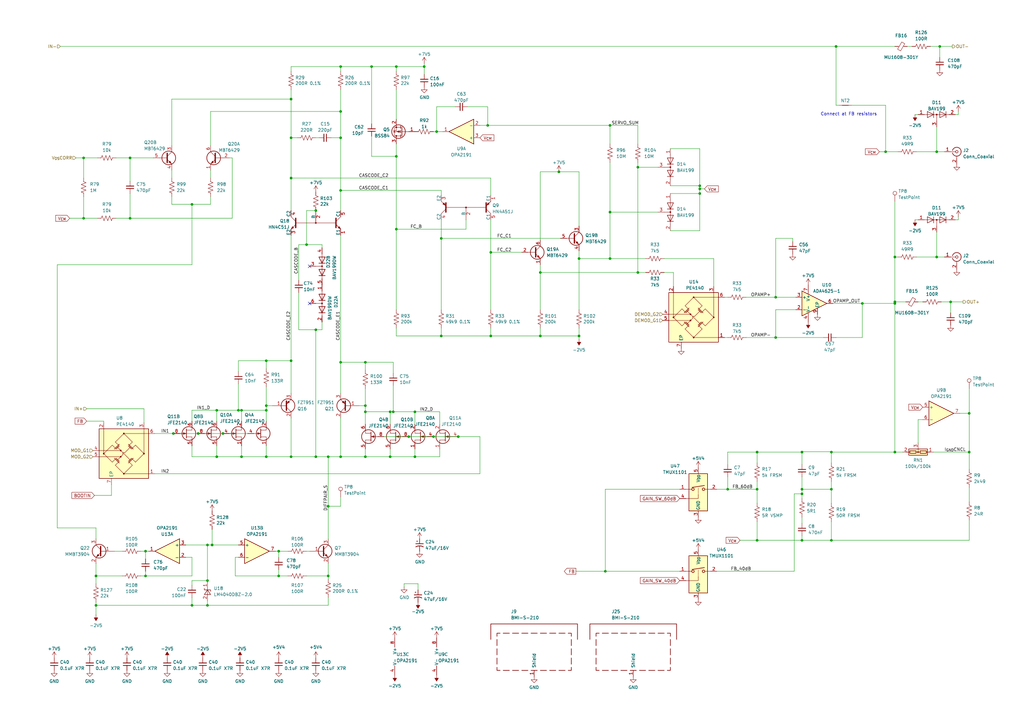
<source format=kicad_sch>
(kicad_sch (version 20230121) (generator eeschema)
  (paper "A3")
  (lib_symbols
    (symbol "Amplifier_Operational:ADA4625-1" (pin_names (offset 0.127))
      (property "Reference" "U" (at 0 5.08 0))
      (property "Value" "ADA4625-1" (at 0 3.175 0))
      (symbol "ADA4625-1_0_1"
        (pin power_in line (at -2.54 -7.62 90) (length 3.81) (name "V-") (number "4"))
        (pin power_in line (at -2.54 7.62 270) (length 3.81) (name "V+") (number "7"))
      )
      (symbol "ADA4625-1_1_1"
        (pin input line (at -7.62 -2.54 0) (length 2.54) (name "-") (number "2"))
        (pin input line (at -7.62 2.54 0) (length 2.54) (name "+") (number "3"))
        (pin output line (at 7.62 0 180) (length 2.54) (name "~") (number "6"))
        (pin input line (at 1.27 -4.445 90) (length 2.54) (name "EP") (number "9"))
      )
    )
    (symbol "Amplifier_Operational:OPA2145" (pin_names (offset 0.127))
      (property "Reference" "U" (at 0 5.08 0))
      (property "Value" "OPA2145" (at 0 -5.08 0))
      (symbol "OPA2145_1_1"
        (pin output line (at 7.62 0 180) (length 2.54) (name "~") (number "1"))
        (pin input line (at -7.62 -2.54 0) (length 2.54) (name "-") (number "2"))
        (pin input line (at -7.62 2.54 0) (length 2.54) (name "+") (number "3"))
      )
      (symbol "OPA2145_2_1"
        (pin input line (at -7.62 2.54 0) (length 2.54) (name "+") (number "5"))
        (pin input line (at -7.62 -2.54 0) (length 2.54) (name "-") (number "6"))
        (pin output line (at 7.62 0 180) (length 2.54) (name "~") (number "7"))
      )
      (symbol "OPA2145_3_1"
        (pin power_in line (at -2.54 -7.62 90) (length 3.81) (name "V-") (number "4"))
        (pin power_in line (at -2.54 7.62 270) (length 3.81) (name "V+") (number "8"))
      )
    )
    (symbol "Amplifier_Operational:Voltage_Divider" (pin_names (offset 0) hide)
      (property "Reference" "RN?" (at -3.81 -3.3004 90))
      (property "Value" "2k/1k" (at -3.81 -5.8373 90))
      (symbol "Voltage_Divider_1_1"
        (pin passive line (at 0 -6.35 90) (length 2.54) (name "~") (number "1"))
        (pin passive line (at 0 6.35 270) (length 2.54) (name "~") (number "2"))
        (pin passive line (at 3.81 0 180) (length 2.54) (name "~") (number "3"))
      )
    )
    (symbol "Analog_Switch:TMUX1101" (pin_names (offset 0.254))
      (property "Reference" "U" (at -25.4 9.398 0))
      (property "Value" "TMUX1101" (at -25.4 7.62 0))
      (symbol "TMUX1101_1_1"
        (pin passive line (at -7.62 0 0) (length 2.54) (name "~") (number "1"))
        (pin passive line (at 7.62 0 180) (length 2.54) (name "~") (number "2"))
        (pin input line (at 0 -11.43 90) (length 2.54) (name "GND") (number "3"))
        (pin input line (at -7.62 -3.81 0) (length 2.54) (name "~") (number "4"))
        (pin input line (at 0 8.89 270) (length 2.54) (name "V_{DD}") (number "5"))
      )
    )
    (symbol "Connector:Conn_Coaxial" (pin_names (offset 1.016) hide)
      (property "Reference" "J" (at 0.254 3.048 0))
      (property "Value" "Conn_Coaxial" (at 2.921 0 90))
      (symbol "Conn_Coaxial_1_1"
        (pin passive line (at -5.08 0 0) (length 2.54) (name "In") (number "1"))
        (pin passive line (at 0 -5.08 90) (length 2.54) (name "Ext") (number "2"))
      )
    )
    (symbol "Connector:TestPoint" (pin_numbers hide) (pin_names (offset 0.762) hide)
      (property "Reference" "TP" (at 0 6.858 0))
      (property "Value" "TestPoint" (at 0 5.08 0))
      (symbol "TestPoint_1_1"
        (pin passive line (at 0 0 90) (length 2.54) (name "1") (number "1"))
      )
    )
    (symbol "Device:CP1_Small" (pin_numbers hide) (pin_names (offset 0.254) hide)
      (property "Reference" "C" (at 0.254 1.778 0))
      (property "Value" "CP1_Small" (at 0.254 -2.032 0))
      (symbol "CP1_Small_1_1"
        (pin passive line (at 0 2.54 270) (length 2.032) (name "~") (number "1"))
        (pin passive line (at 0 -2.54 90) (length 2.032) (name "~") (number "2"))
      )
    )
    (symbol "Device:C_Small" (pin_numbers hide) (pin_names (offset 0.254) hide)
      (property "Reference" "C" (at 0.254 1.778 0))
      (property "Value" "C_Small" (at 0.254 -2.032 0))
      (symbol "C_Small_1_1"
        (pin passive line (at 0 2.54 270) (length 2.032) (name "~") (number "1"))
        (pin passive line (at 0 -2.54 90) (length 2.032) (name "~") (number "2"))
      )
    )
    (symbol "Device:Ferrite_Bead_Small" (pin_numbers hide) (pin_names (offset 0))
      (property "Reference" "FB" (at 1.905 1.27 0))
      (property "Value" "Ferrite_Bead_Small" (at 1.905 -1.27 0))
      (symbol "Ferrite_Bead_Small_1_1"
        (pin passive line (at 0 2.54 270) (length 1.27) (name "~") (number "1"))
        (pin passive line (at 0 -2.54 90) (length 1.27) (name "~") (number "2"))
      )
    )
    (symbol "Device:Net-Tie_2" (pin_numbers hide) (pin_names (offset 0) hide)
      (property "Reference" "NT" (at 0 1.27 0))
      (property "Value" "Net-Tie_2" (at 0 -1.27 0))
      (symbol "Net-Tie_2_1_1"
        (pin passive line (at -2.54 0 0) (length 2.54) (name "1") (number "1"))
        (pin passive line (at 2.54 0 180) (length 2.54) (name "2") (number "2"))
      )
    )
    (symbol "Device:RF_Shield_Two_Pieces" (pin_names (offset 1.016))
      (property "Reference" "J" (at 0 5.08 0))
      (property "Value" "RF_Shield_Two_Pieces" (at 0 2.54 0))
      (symbol "RF_Shield_Two_Pieces_1_1"
        (pin passive line (at 0 -10.16 90) (length 2.54) (name "Shield") (number "1"))
      )
    )
    (symbol "Device:R_US" (pin_numbers hide) (pin_names (offset 0))
      (property "Reference" "R" (at 2.54 0 90))
      (property "Value" "R_US" (at -2.54 0 90))
      (symbol "R_US_1_1"
        (pin passive line (at 0 3.81 270) (length 1.27) (name "~") (number "1"))
        (pin passive line (at 0 -3.81 90) (length 1.27) (name "~") (number "2"))
      )
    )
    (symbol "Diode:BAV199DW" (pin_names (offset 0.0254) hide)
      (property "Reference" "D" (at 0 2.54 0))
      (property "Value" "BAV199DW" (at 0 5.08 0))
      (symbol "BAV199DW_1_1"
        (pin passive line (at -7.62 0 0) (length 2.54) (name "A1") (number "1"))
        (pin passive line (at 7.62 0 180) (length 2.54) (name "K2") (number "2"))
        (pin passive line (at 0 -5.08 90) (length 2.54) (name "K3A4") (number "6"))
      )
      (symbol "BAV199DW_2_1"
        (pin passive line (at 0 -5.08 90) (length 2.54) (name "K1A2") (number "3"))
        (pin passive line (at -7.62 0 0) (length 2.54) (name "A3") (number "4"))
        (pin passive line (at 7.62 0 180) (length 2.54) (name "K4") (number "5"))
      )
    )
    (symbol "Diode:BAV99" (pin_names hide)
      (property "Reference" "D" (at 0 5.08 0))
      (property "Value" "BAV99" (at 0 2.54 0))
      (symbol "BAV99_1_1"
        (pin passive line (at -7.62 0 0) (length 2.54) (name "K") (number "1"))
        (pin passive line (at 7.62 0 180) (length 2.54) (name "A") (number "2"))
        (pin passive line (at 0 -5.08 90) (length 2.54) (name "K") (number "3"))
      )
    )
    (symbol "Reference_Voltage:LM4040DBZ-2.0" (pin_names (offset 0.0254) hide)
      (property "Reference" "U" (at 0 2.54 0))
      (property "Value" "LM4040DBZ-2.0" (at 0 -3.175 0))
      (symbol "LM4040DBZ-2.0_1_1"
        (pin passive line (at 3.81 0 180) (length 2.54) (name "K") (number "1"))
        (pin passive line (at -3.81 0 0) (length 2.54) (name "A") (number "2"))
      )
    )
    (symbol "Transistor_BJT:FZT951TA" (pin_names (offset 0) hide)
      (property "Reference" "Q" (at 5.08 1.905 0))
      (property "Value" "FZT951" (at 5.08 0 0))
      (symbol "FZT951TA_1_1"
        (pin input line (at -5.08 0 0) (length 5.08) (name "B") (number "1"))
        (pin passive line (at 2.54 5.08 270) (length 2.54) (name "C") (number "2"))
        (pin passive line (at 2.54 -5.08 90) (length 2.54) (name "E") (number "3"))
      )
    )
    (symbol "Transistor_BJT:HN4A51J" (pin_names (offset 0))
      (property "Reference" "Q" (at 12.7 1.27 0))
      (property "Value" "HN4A51J" (at 7.62 -1.27 0))
      (symbol "HN4A51J_1_1"
        (pin passive line (at -10.16 5.08 270) (length 2.54) (name "E1") (number "1"))
        (pin input line (at 0 -5.08 90) (length 5.08) (name "B") (number "2"))
        (pin passive line (at 10.16 5.08 270) (length 2.54) (name "E2") (number "3"))
        (pin passive line (at 10.16 -5.08 90) (length 2.54) (name "C2") (number "4"))
        (pin passive line (at -10.16 -5.08 90) (length 2.54) (name "C1") (number "5"))
      )
    )
    (symbol "Transistor_BJT:HN4C51J" (pin_names (offset 0))
      (property "Reference" "Q" (at -10.16 -1.27 0))
      (property "Value" "HN4C51J" (at 7.62 -1.27 0))
      (symbol "HN4C51J_1_1"
        (pin passive line (at 12.7 -5.08 90) (length 2.54) (name "E1") (number "1"))
        (pin input line (at 2.54 5.08 270) (length 5.08) (name "B") (number "2"))
        (pin passive line (at -7.62 -5.08 90) (length 2.54) (name "E2") (number "3"))
        (pin passive line (at -7.62 5.08 270) (length 2.54) (name "C2") (number "4"))
        (pin passive line (at 12.7 5.08 270) (length 2.54) (name "C1") (number "5"))
      )
    )
    (symbol "Transistor_BJT:MBT6429" (pin_names (offset 0) hide)
      (property "Reference" "Q" (at 5.08 1.27 0))
      (property "Value" "MBT6429" (at 5.08 -1.27 0))
      (symbol "MBT6429_1_1"
        (pin passive line (at 2.54 -5.08 90) (length 2.54) (name "E1") (number "1"))
        (pin input line (at -5.08 0 0) (length 2.54) (name "B1") (number "2"))
        (pin passive line (at 2.54 5.08 270) (length 2.54) (name "C1") (number "6"))
      )
      (symbol "MBT6429_2_1"
        (pin passive line (at 2.54 5.08 270) (length 2.54) (name "C2") (number "3"))
        (pin passive line (at 2.54 -5.08 90) (length 2.54) (name "E2") (number "4"))
        (pin input line (at -5.08 0 0) (length 2.54) (name "B2") (number "5"))
      )
    )
    (symbol "Transistor_BJT:MMBT3904" (pin_names (offset 0) hide)
      (property "Reference" "Q" (at 5.08 1.905 0))
      (property "Value" "MMBT3904" (at 5.08 0 0))
      (symbol "MMBT3904_1_1"
        (pin input line (at -5.08 0 0) (length 5.715) (name "B") (number "1"))
        (pin passive line (at 2.54 -5.08 90) (length 2.54) (name "E") (number "2"))
        (pin passive line (at 2.54 5.08 270) (length 2.54) (name "C") (number "3"))
      )
    )
    (symbol "Transistor_FET:BSS84" (pin_names hide)
      (property "Reference" "Q" (at 5.08 1.905 0))
      (property "Value" "BSS84" (at 5.08 0 0))
      (symbol "BSS84_1_1"
        (pin input line (at -5.08 0 0) (length 2.54) (name "G") (number "1"))
        (pin passive line (at 2.54 -5.08 90) (length 2.54) (name "S") (number "2"))
        (pin passive line (at 2.54 5.08 270) (length 2.54) (name "D") (number "3"))
      )
    )
    (symbol "Transistor_FET:JFE2140" (pin_names hide)
      (property "Reference" "Q" (at 5.08 1.905 0))
      (property "Value" "JFE2140" (at 5.08 0 0))
      (symbol "JFE2140_1_1"
        (pin passive line (at 2.54 -5.08 90) (length 2.54) (name "S") (number "1"))
        (pin passive line (at 2.54 5.08 270) (length 2.54) (name "D") (number "2"))
        (pin input line (at -5.08 0 0) (length 2.54) (name "G") (number "4"))
      )
      (symbol "JFE2140_2_1"
        (pin passive line (at 2.54 -5.08 90) (length 2.54) (name "S") (number "5"))
        (pin passive line (at 2.54 5.08 270) (length 2.54) (name "D") (number "6"))
        (pin input line (at -5.08 0 0) (length 2.54) (name "G") (number "8"))
      )
    )
    (symbol "Transistor_FET:PE4140"
      (property "Reference" "U" (at -1.27 3.175 0))
      (property "Value" "PE4140" (at 0 1.27 0))
      (symbol "PE4140_1_1"
        (pin passive line (at 12.7 -18.415 180) (length 2.54) (name "") (number "1"))
        (pin passive line (at -8.255 2.54 270) (length 2.54) (name "") (number "2"))
        (pin passive line (at 8.255 2.54 270) (length 2.54) (name "") (number "3"))
        (pin passive line (at -12.7 -8.89 0) (length 2.54) (name "") (number "4"))
        (pin passive line (at -12.7 -11.43 0) (length 2.54) (name "") (number "5"))
        (pin passive line (at 12.7 -1.905 180) (length 2.54) (name "") (number "6"))
        (pin passive line (at -5.08 -22.86 90) (length 2.54) (name "EP") (number "7"))
      )
    )
    (symbol "power:+5V4" (power) (pin_names (offset 0))
      (property "Value" "+5V4" (at 0 3.556 0))
      (symbol "+5V4_1_1"
        (pin power_in line (at 0 0 90) (length 0) hide (name "+5V4") (number "1"))
      )
    )
    (symbol "power:+7V5" (power) (pin_names (offset 0))
      (property "Value" "+7V5" (at 0 3.556 0))
      (symbol "+7V5_1_1"
        (pin power_in line (at 0 0 90) (length 0) hide (name "+7V5") (number "1"))
      )
    )
    (symbol "power:-2V5" (power) (pin_names (offset 0))
      (property "Value" "-2V5" (at 0 3.81 0))
      (symbol "-2V5_0_0"
        (pin power_in line (at 0 0 90) (length 0) hide (name "-2V5") (number "1"))
      )
    )
    (symbol "power:GND" (power) (pin_names (offset 0))
      (property "Value" "GND" (at 0 -3.81 0))
      (symbol "GND_1_1"
        (pin power_in line (at 0 0 270) (length 0) hide (name "GND") (number "1"))
      )
    )
  )
  (junction (at 340.995 200.66))
  (junction (at 200.025 51.435))
  (junction (at 91.44 177.8))
  (junction (at 340.995 185.42))
  (junction (at 134.62 187.325))
  (junction (at 237.49 137.795))
  (junction (at 173.99 27.305))
  (junction (at 139.7 45.72))
  (junction (at 310.515 185.42))
  (junction (at 287.02 77.47))
  (junction (at 261.62 111.76))
  (junction (at 328.93 185.42))
  (junction (at 139.7 27.305))
  (junction (at 85.09 238.125))
  (junction (at 99.06 168.275))
  (junction (at 59.69 236.22))
  (junction (at 187.96 179.07))
  (junction (at 134.62 236.22))
  (junction (at 86.995 223.52))
  (junction (at 180.975 97.79))
  (junction (at 229.235 70.485))
  (junction (at 161.29 168.91))
  (junction (at 34.29 89.535))
  (junction (at 114.3 226.06))
  (junction (at 34.29 64.77))
  (junction (at 328.93 200.66))
  (junction (at 221.615 137.795))
  (junction (at 167.64 179.07))
  (junction (at 152.4 27.305))
  (junction (at 179.07 53.975))
  (junction (at 81.28 177.8))
  (junction (at 201.295 103.505))
  (junction (at 298.45 200.66))
  (junction (at 160.02 187.325))
  (junction (at 119.38 187.325))
  (junction (at 170.18 187.325))
  (junction (at 384.175 105.41))
  (junction (at 149.86 166.37))
  (junction (at 39.37 248.285))
  (junction (at 134.62 207.645))
  (junction (at 201.295 137.795))
  (junction (at 248.285 234.315))
  (junction (at 97.79 168.275))
  (junction (at 318.135 121.92))
  (junction (at 261.62 68.58))
  (junction (at 237.49 106.045))
  (junction (at 139.7 78.105))
  (junction (at 160.02 168.91))
  (junction (at 310.515 221.615))
  (junction (at 125.73 100.33))
  (junction (at 353.695 124.46))
  (junction (at 139.7 56.515))
  (junction (at 109.22 187.325))
  (junction (at 53.34 64.77))
  (junction (at 318.135 138.43))
  (junction (at 39.37 236.22))
  (junction (at 250.19 86.995))
  (junction (at 310.515 200.66))
  (junction (at 367.03 105.41))
  (junction (at 367.03 123.825))
  (junction (at 328.93 202.565))
  (junction (at 328.93 221.615))
  (junction (at 119.38 73.025))
  (junction (at 109.22 168.275))
  (junction (at 384.175 62.23))
  (junction (at 340.995 221.615))
  (junction (at 59.69 226.06))
  (junction (at 177.8 179.07))
  (junction (at 389.89 123.825))
  (junction (at 119.38 147.955))
  (junction (at 129.54 187.325))
  (junction (at 162.56 93.98))
  (junction (at 119.38 56.515))
  (junction (at 119.38 40.64))
  (junction (at 367.03 124.46))
  (junction (at 129.54 86.36))
  (junction (at 114.3 236.22))
  (junction (at 149.86 187.325))
  (junction (at 78.74 248.285))
  (junction (at 139.7 148.59))
  (junction (at 162.56 64.135))
  (junction (at 88.9 168.275))
  (junction (at 367.03 185.42))
  (junction (at 71.12 177.8))
  (junction (at 221.615 111.76))
  (junction (at 250.19 51.435))
  (junction (at 162.56 27.305))
  (junction (at 53.34 89.535))
  (junction (at 139.7 187.325))
  (junction (at 287.02 79.375))
  (junction (at 78.74 83.82))
  (junction (at 170.18 168.91))
  (junction (at 99.06 187.325))
  (junction (at 109.22 166.37))
  (junction (at 109.22 147.955))
  (junction (at 385.445 19.05))
  (junction (at 342.9 19.05))
  (junction (at 397.51 185.42))
  (junction (at 180.975 137.795))
  (junction (at 250.19 106.045))
  (junction (at 129.54 135.255))
  (junction (at 149.86 168.91))
  (junction (at 287.02 76.2))
  (junction (at 397.51 169.545))
  (junction (at 85.09 223.52))
  (junction (at 85.09 248.285))
  (junction (at 149.86 148.59))
  (junction (at 363.22 62.23))
  (junction (at 88.9 187.325))
  (no_connect (at 127 124.46))
  (no_connect (at 127 109.22))
  (wire (pts (xy 63.5 194.31) (xy 196.85 194.31)))
  (wire (pts (xy 173.99 26.035) (xy 173.99 27.305)))
  (wire (pts (xy 237.49 137.795) (xy 237.49 139.065)))
  (wire (pts (xy 97.79 223.52) (xy 86.995 223.52)))
  (wire (pts (xy 162.56 59.055) (xy 162.56 64.135)))
  (wire (pts (xy 384.175 105.41) (xy 387.35 105.41)))
  (wire (pts (xy 129.54 56.515) (xy 130.81 56.515)))
  (wire (pts (xy 78.74 248.285) (xy 85.09 248.285)))
  (wire (pts (xy 306.07 121.92) (xy 318.135 121.92)))
  (wire (pts (xy 381.635 19.05) (xy 385.445 19.05)))
  (wire (pts (xy 149.86 159.385) (xy 149.86 166.37)))
  (wire (pts (xy 134.62 231.14) (xy 134.62 236.22)))
  (wire (pts (xy 340.995 197.485) (xy 340.995 200.66)))
  (wire (pts (xy 353.695 138.43) (xy 353.695 124.46)))
  (wire (pts (xy 42.545 172.72) (xy 42.545 173.355)))
  (wire (pts (xy 191.135 93.98) (xy 191.135 90.17)))
  (wire (pts (xy 165.735 239.395) (xy 165.735 240.665)))
  (wire (pts (xy 134.62 207.645) (xy 134.62 220.98)))
  (wire (pts (xy 78.74 236.22) (xy 78.74 228.6)))
  (wire (pts (xy 191.77 43.815) (xy 200.025 43.815)))
  (wire (pts (xy 272.415 111.76) (xy 276.225 111.76)))
  (wire (pts (xy 39.37 231.14) (xy 39.37 236.22)))
  (wire (pts (xy 28.575 89.535) (xy 34.29 89.535)))
  (wire (pts (xy 34.29 89.535) (xy 40.005 89.535)))
  (wire (pts (xy 39.37 252.095) (xy 39.37 248.285)))
  (wire (pts (xy 134.62 248.285) (xy 134.62 245.11)))
  (wire (pts (xy 139.7 56.515) (xy 139.7 78.105)))
  (wire (pts (xy 157.48 179.07) (xy 167.64 179.07)))
  (wire (pts (xy 201.295 90.17) (xy 201.295 103.505)))
  (wire (pts (xy 340.995 185.293) (xy 340.995 185.42)))
  (wire (pts (xy 298.45 200.66) (xy 310.515 200.66)))
  (wire (pts (xy 179.07 53.975) (xy 181.61 53.975)))
  (wire (pts (xy 353.695 124.46) (xy 367.03 124.46)))
  (wire (pts (xy 119.38 187.325) (xy 129.54 187.325)))
  (wire (pts (xy 287.02 79.375) (xy 287.02 94.615)))
  (wire (pts (xy 152.4 27.305) (xy 162.56 27.305)))
  (wire (pts (xy 250.19 59.055) (xy 250.19 51.435)))
  (wire (pts (xy 109.22 187.325) (xy 119.38 187.325)))
  (wire (pts (xy 129.54 135.255) (xy 129.54 187.325)))
  (wire (pts (xy 287.02 77.47) (xy 288.925 77.47)))
  (wire (pts (xy 274.955 94.615) (xy 287.02 94.615)))
  (wire (pts (xy 149.86 166.37) (xy 149.86 168.91)))
  (wire (pts (xy 384.175 62.23) (xy 387.35 62.23)))
  (wire (pts (xy 160.02 184.15) (xy 160.02 187.325)))
  (wire (pts (xy 139.7 27.305) (xy 152.4 27.305)))
  (wire (pts (xy 114.3 236.22) (xy 114.3 233.68)))
  (wire (pts (xy 340.995 200.66) (xy 328.93 200.66)))
  (wire (pts (xy 71.12 177.8) (xy 81.28 177.8)))
  (wire (pts (xy 63.5 177.8) (xy 71.12 177.8)))
  (wire (pts (xy 125.73 100.33) (xy 132.08 100.33)))
  (wire (pts (xy 114.3 226.06) (xy 118.11 226.06)))
  (wire (pts (xy 81.28 177.8) (xy 91.44 177.8)))
  (wire (pts (xy 367.03 185.42) (xy 370.205 185.42)))
  (wire (pts (xy 125.73 86.36) (xy 125.73 100.33)))
  (wire (pts (xy 122.555 135.255) (xy 129.54 135.255)))
  (wire (pts (xy 201.295 73.025) (xy 201.295 80.01)))
  (wire (pts (xy 384.175 95.25) (xy 384.175 105.41)))
  (wire (pts (xy 53.34 64.77) (xy 62.865 64.77)))
  (wire (pts (xy 88.9 168.275) (xy 88.9 172.72)))
  (wire (pts (xy 328.93 195.58) (xy 328.93 200.66)))
  (wire (pts (xy 125.73 86.36) (xy 129.54 86.36)))
  (wire (pts (xy 325.755 202.565) (xy 328.93 202.565)))
  (wire (pts (xy 367.03 105.41) (xy 367.03 123.825)))
  (wire (pts (xy 97.79 168.275) (xy 99.06 168.275)))
  (wire (pts (xy 385.445 19.05) (xy 390.525 19.05)))
  (wire (pts (xy 86.36 83.82) (xy 86.36 80.645)))
  (wire (pts (xy 70.485 80.645) (xy 70.485 83.82)))
  (wire (pts (xy 393.065 46.99) (xy 393.065 45.72)))
  (wire (pts (xy 221.615 137.795) (xy 237.49 137.795)))
  (wire (pts (xy 99.06 182.88) (xy 99.06 187.325)))
  (wire (pts (xy 248.285 234.315) (xy 278.765 234.315)))
  (wire (pts (xy 342.9 19.05) (xy 367.03 19.05)))
  (wire (pts (xy 119.38 73.025) (xy 201.295 73.025)))
  (wire (pts (xy 328.93 212.09) (xy 328.93 214.63)))
  (wire (pts (xy 237.49 102.87) (xy 237.49 106.045)))
  (wire (pts (xy 272.415 106.045) (xy 292.735 106.045)))
  (wire (pts (xy 88.9 168.275) (xy 97.79 168.275)))
  (wire (pts (xy 187.96 179.07) (xy 196.85 179.07)))
  (wire (pts (xy 278.765 200.66) (xy 248.285 200.66)))
  (wire (pts (xy 376.555 123.825) (xy 378.46 123.825)))
  (wire (pts (xy 310.515 213.995) (xy 310.515 221.615)))
  (wire (pts (xy 135.89 56.515) (xy 139.7 56.515)))
  (wire (pts (xy 250.19 106.045) (xy 264.795 106.045)))
  (wire (pts (xy 201.295 103.505) (xy 213.995 103.505)))
  (wire (pts (xy 99.06 187.325) (xy 109.22 187.325)))
  (wire (pts (xy 45.72 198.755) (xy 45.72 203.2)))
  (wire (pts (xy 261.62 68.58) (xy 269.875 68.58)))
  (wire (pts (xy 162.56 36.83) (xy 162.56 48.895)))
  (wire (pts (xy 310.515 200.66) (xy 310.515 206.375)))
  (wire (pts (xy 367.03 124.46) (xy 367.03 185.42)))
  (wire (pts (xy 149.86 148.59) (xy 149.86 151.765)))
  (wire (pts (xy 78.74 168.275) (xy 88.9 168.275)))
  (wire (pts (xy 372.11 19.05) (xy 374.015 19.05)))
  (wire (pts (xy 23.495 216.535) (xy 23.495 108.585)))
  (wire (pts (xy 250.19 86.995) (xy 269.875 86.995)))
  (wire (pts (xy 276.225 111.76) (xy 276.225 117.475)))
  (wire (pts (xy 180.34 168.91) (xy 180.34 173.99)))
  (wire (pts (xy 179.07 53.975) (xy 179.07 43.815)))
  (wire (pts (xy 78.74 182.88) (xy 78.74 187.325)))
  (wire (pts (xy 344.17 43.18) (xy 342.9 43.18)))
  (wire (pts (xy 109.22 147.955) (xy 109.22 151.13)))
  (wire (pts (xy 122.555 100.33) (xy 122.555 114.935)))
  (wire (pts (xy 160.02 168.91) (xy 161.29 168.91)))
  (wire (pts (xy 237.49 134.62) (xy 237.49 137.795)))
  (wire (pts (xy 139.7 148.59) (xy 139.7 161.29)))
  (wire (pts (xy 162.56 64.135) (xy 162.56 93.98)))
  (wire (pts (xy 200.025 51.435) (xy 250.19 51.435)))
  (wire (pts (xy 221.615 111.76) (xy 261.62 111.76)))
  (wire (pts (xy 78.74 172.72) (xy 78.74 168.275)))
  (wire (pts (xy 109.22 168.275) (xy 109.22 172.72)))
  (wire (pts (xy 139.7 36.83) (xy 139.7 45.72)))
  (wire (pts (xy 109.22 166.37) (xy 109.22 168.275)))
  (wire (pts (xy 310.515 197.485) (xy 310.515 200.66)))
  (wire (pts (xy 349.25 43.18) (xy 363.22 43.18)))
  (wire (pts (xy 367.03 105.41) (xy 368.3 105.41)))
  (wire (pts (xy 114.3 236.22) (xy 96.52 236.22)))
  (wire (pts (xy 78.74 240.03) (xy 78.74 238.125)))
  (wire (pts (xy 78.74 83.82) (xy 86.36 83.82)))
  (wire (pts (xy 200.025 43.815) (xy 200.025 51.435)))
  (wire (pts (xy 221.615 108.585) (xy 221.615 111.76)))
  (wire (pts (xy 298.45 185.42) (xy 298.45 190.5)))
  (wire (pts (xy 292.735 106.045) (xy 292.735 117.475)))
  (wire (pts (xy 360.68 62.23) (xy 363.22 62.23)))
  (wire (pts (xy 382.905 185.42) (xy 397.51 185.42)))
  (wire (pts (xy 132.08 135.255) (xy 132.08 132.08)))
  (wire (pts (xy 171.45 241.935) (xy 171.45 239.395)))
  (wire (pts (xy 147.32 166.37) (xy 149.86 166.37)))
  (wire (pts (xy 149.86 184.15) (xy 149.86 187.325)))
  (wire (pts (xy 297.18 121.92) (xy 298.45 121.92)))
  (wire (pts (xy 119.38 56.515) (xy 119.38 73.025)))
  (wire (pts (xy 306.07 138.43) (xy 318.135 138.43)))
  (wire (pts (xy 161.29 153.035) (xy 161.29 148.59)))
  (wire (pts (xy 261.62 66.675) (xy 261.62 68.58)))
  (wire (pts (xy 139.7 78.105) (xy 180.975 78.105)))
  (wire (pts (xy 363.22 43.18) (xy 363.22 62.23)))
  (wire (pts (xy 31.115 64.77) (xy 34.29 64.77)))
  (wire (pts (xy 221.615 111.76) (xy 221.615 127)))
  (wire (pts (xy 221.615 134.62) (xy 221.615 137.795)))
  (wire (pts (xy 88.9 182.88) (xy 88.9 187.325)))
  (wire (pts (xy 328.93 185.293) (xy 328.93 185.42)))
  (wire (pts (xy 129.54 135.255) (xy 132.08 135.255)))
  (wire (pts (xy 118.11 236.22) (xy 114.3 236.22)))
  (wire (pts (xy 328.93 219.71) (xy 328.93 221.615)))
  (wire (pts (xy 221.615 70.485) (xy 229.235 70.485)))
  (wire (pts (xy 35.56 167.64) (xy 59.055 167.64)))
  (wire (pts (xy 53.34 64.77) (xy 53.34 74.295)))
  (wire (pts (xy 261.62 59.055) (xy 261.62 51.435)))
  (wire (pts (xy 99.06 168.275) (xy 99.06 172.72)))
  (wire (pts (xy 200.025 51.435) (xy 196.85 51.435)))
  (wire (pts (xy 78.74 248.285) (xy 78.74 245.11)))
  (wire (pts (xy 76.2 223.52) (xy 85.09 223.52)))
  (wire (pts (xy 297.18 138.43) (xy 298.45 138.43)))
  (wire (pts (xy 24.765 19.05) (xy 342.9 19.05)))
  (wire (pts (xy 167.64 179.07) (xy 177.8 179.07)))
  (wire (pts (xy 39.37 236.22) (xy 50.165 236.22)))
  (wire (pts (xy 134.62 187.325) (xy 139.7 187.325)))
  (wire (pts (xy 375.285 46.99) (xy 376.555 46.99)))
  (wire (pts (xy 171.45 239.395) (xy 165.735 239.395)))
  (wire (pts (xy 70.485 69.85) (xy 70.485 73.025)))
  (wire (pts (xy 318.135 127) (xy 326.39 127)))
  (wire (pts (xy 236.22 234.315) (xy 248.285 234.315)))
  (wire (pts (xy 287.02 79.375) (xy 274.955 79.375)))
  (wire (pts (xy 201.295 134.62) (xy 201.295 137.795)))
  (wire (pts (xy 23.495 108.585) (xy 78.74 108.585)))
  (wire (pts (xy 375.285 90.17) (xy 376.555 90.17)))
  (wire (pts (xy 250.19 51.435) (xy 261.62 51.435)))
  (wire (pts (xy 180.975 97.79) (xy 180.975 127)))
  (wire (pts (xy 180.975 134.62) (xy 180.975 137.795)))
  (wire (pts (xy 109.22 182.88) (xy 109.22 187.325)))
  (wire (pts (xy 173.99 27.305) (xy 173.99 30.48)))
  (wire (pts (xy 95.25 64.77) (xy 93.98 64.77)))
  (wire (pts (xy 177.8 53.975) (xy 179.07 53.975)))
  (wire (pts (xy 342.9 138.43) (xy 353.695 138.43)))
  (wire (pts (xy 287.02 77.47) (xy 287.02 79.375)))
  (wire (pts (xy 318.135 121.92) (xy 326.39 121.92)))
  (wire (pts (xy 389.89 123.825) (xy 394.97 123.825)))
  (wire (pts (xy 47.625 64.77) (xy 53.34 64.77)))
  (wire (pts (xy 122.555 120.015) (xy 122.555 135.255)))
  (wire (pts (xy 134.62 236.22) (xy 125.73 236.22)))
  (wire (pts (xy 237.49 106.045) (xy 250.19 106.045)))
  (wire (pts (xy 97.79 147.955) (xy 109.22 147.955)))
  (wire (pts (xy 119.38 27.305) (xy 139.7 27.305)))
  (wire (pts (xy 139.7 187.325) (xy 149.86 187.325)))
  (wire (pts (xy 340.995 185.42) (xy 340.995 189.865)))
  (wire (pts (xy 367.03 123.825) (xy 371.475 123.825)))
  (wire (pts (xy 221.615 70.485) (xy 221.615 98.425)))
  (wire (pts (xy 298.45 185.42) (xy 310.515 185.42)))
  (wire (pts (xy 139.7 78.105) (xy 139.7 86.36)))
  (wire (pts (xy 294.005 234.315) (xy 325.755 234.315)))
  (wire (pts (xy 35.56 172.72) (xy 42.545 172.72)))
  (wire (pts (xy 328.93 221.615) (xy 340.995 221.615)))
  (wire (pts (xy 109.22 158.75) (xy 109.22 166.37)))
  (wire (pts (xy 160.02 187.325) (xy 170.18 187.325)))
  (wire (pts (xy 201.295 103.505) (xy 201.295 127)))
  (wire (pts (xy 46.99 226.06) (xy 50.165 226.06)))
  (wire (pts (xy 340.995 213.995) (xy 340.995 221.615)))
  (wire (pts (xy 376.555 172.085) (xy 378.46 172.085)))
  (wire (pts (xy 119.38 27.305) (xy 119.38 29.21)))
  (wire (pts (xy 160.02 168.91) (xy 160.02 173.99)))
  (wire (pts (xy 287.02 76.2) (xy 287.02 77.47)))
  (wire (pts (xy 375.92 105.41) (xy 384.175 105.41)))
  (wire (pts (xy 318.135 97.79) (xy 318.135 121.92)))
  (wire (pts (xy 170.18 168.91) (xy 180.34 168.91)))
  (wire (pts (xy 298.45 195.58) (xy 298.45 200.66)))
  (wire (pts (xy 39.37 248.285) (xy 39.37 247.015)))
  (wire (pts (xy 39.37 216.535) (xy 23.495 216.535)))
  (wire (pts (xy 96.52 236.22) (xy 96.52 228.6)))
  (wire (pts (xy 393.7 169.545) (xy 397.51 169.545)))
  (wire (pts (xy 376.555 181.61) (xy 376.555 172.085)))
  (wire (pts (xy 91.44 177.8) (xy 101.6 177.8)))
  (wire (pts (xy 161.29 168.91) (xy 170.18 168.91)))
  (wire (pts (xy 139.7 27.305) (xy 139.7 29.21)))
  (wire (pts (xy 39.37 236.22) (xy 39.37 239.395)))
  (wire (pts (xy 367.03 124.46) (xy 367.03 123.825)))
  (wire (pts (xy 132.08 100.33) (xy 132.08 101.6)))
  (wire (pts (xy 47.625 89.535) (xy 53.34 89.535)))
  (wire (pts (xy 59.055 167.64) (xy 59.055 173.355)))
  (wire (pts (xy 149.86 187.325) (xy 160.02 187.325)))
  (wire (pts (xy 78.74 108.585) (xy 78.74 83.82)))
  (wire (pts (xy 162.56 137.795) (xy 162.56 134.62)))
  (wire (pts (xy 201.295 137.795) (xy 180.975 137.795)))
  (wire (pts (xy 119.38 73.025) (xy 119.38 86.36)))
  (wire (pts (xy 139.7 203.835) (xy 139.7 207.645)))
  (wire (pts (xy 59.69 226.06) (xy 60.96 226.06)))
  (wire (pts (xy 85.09 248.285) (xy 134.62 248.285)))
  (wire (pts (xy 340.995 200.66) (xy 340.995 206.375)))
  (wire (pts (xy 57.785 226.06) (xy 59.69 226.06)))
  (wire (pts (xy 342.9 43.18) (xy 342.9 19.05)))
  (wire (pts (xy 375.92 62.23) (xy 384.175 62.23)))
  (wire (pts (xy 86.995 223.52) (xy 85.09 223.52)))
  (wire (pts (xy 109.22 147.955) (xy 119.38 147.955)))
  (wire (pts (xy 139.7 45.72) (xy 139.7 56.515)))
  (wire (pts (xy 325.12 97.79) (xy 325.12 99.06)))
  (wire (pts (xy 318.135 97.79) (xy 325.12 97.79)))
  (wire (pts (xy 85.09 246.38) (xy 85.09 248.285)))
  (wire (pts (xy 161.29 168.91) (xy 161.29 158.115)))
  (wire (pts (xy 170.18 168.91) (xy 170.18 173.99)))
  (wire (pts (xy 59.69 236.22) (xy 78.74 236.22)))
  (wire (pts (xy 114.3 228.6) (xy 114.3 226.06)))
  (wire (pts (xy 109.22 166.37) (xy 111.76 166.37)))
  (wire (pts (xy 152.4 64.135) (xy 152.4 55.88)))
  (wire (pts (xy 303.53 221.615) (xy 310.515 221.615)))
  (wire (pts (xy 389.89 123.825) (xy 389.89 128.27)))
  (wire (pts (xy 119.38 36.83) (xy 119.38 40.64)))
  (wire (pts (xy 53.34 79.375) (xy 53.34 89.535)))
  (wire (pts (xy 391.795 90.17) (xy 393.065 90.17)))
  (wire (pts (xy 180.34 187.325) (xy 180.34 184.15)))
  (wire (pts (xy 177.8 179.07) (xy 187.96 179.07)))
  (wire (pts (xy 328.93 202.565) (xy 328.93 204.47)))
  (wire (pts (xy 70.485 40.64) (xy 119.38 40.64)))
  (wire (pts (xy 78.74 228.6) (xy 76.2 228.6)))
  (wire (pts (xy 287.02 76.2) (xy 287.02 60.96)))
  (wire (pts (xy 162.56 27.305) (xy 162.56 29.21)))
  (wire (pts (xy 385.445 19.05) (xy 385.445 23.495)))
  (wire (pts (xy 367.03 185.42) (xy 340.995 185.42)))
  (wire (pts (xy 310.515 185.42) (xy 310.515 189.865)))
  (wire (pts (xy 162.56 64.135) (xy 152.4 64.135)))
  (wire (pts (xy 384.175 52.07) (xy 384.175 62.23)))
  (wire (pts (xy 57.785 236.22) (xy 59.69 236.22)))
  (wire (pts (xy 391.795 46.99) (xy 393.065 46.99)))
  (wire (pts (xy 397.51 185.42) (xy 397.51 192.405)))
  (wire (pts (xy 170.18 184.15) (xy 170.18 187.325)))
  (wire (pts (xy 201.295 137.795) (xy 221.615 137.795)))
  (wire (pts (xy 397.51 205.74) (xy 397.51 200.025)))
  (wire (pts (xy 149.86 168.91) (xy 160.02 168.91)))
  (wire (pts (xy 179.07 43.815) (xy 186.69 43.815)))
  (wire (pts (xy 129.54 187.325) (xy 134.62 187.325)))
  (wire (pts (xy 196.85 194.31) (xy 196.85 179.07)))
  (wire (pts (xy 119.38 40.64) (xy 119.38 56.515)))
  (wire (pts (xy 113.03 226.06) (xy 114.3 226.06)))
  (wire (pts (xy 318.135 127) (xy 318.135 138.43)))
  (wire (pts (xy 134.62 187.325) (xy 134.62 207.645)))
  (wire (pts (xy 287.02 60.96) (xy 274.955 60.96)))
  (wire (pts (xy 97.79 152.4) (xy 97.79 147.955)))
  (wire (pts (xy 248.285 200.66) (xy 248.285 234.315)))
  (wire (pts (xy 139.7 171.45) (xy 139.7 187.325)))
  (wire (pts (xy 180.975 137.795) (xy 162.56 137.795)))
  (wire (pts (xy 139.7 148.59) (xy 139.7 96.52)))
  (wire (pts (xy 85.09 223.52) (xy 85.09 238.125)))
  (wire (pts (xy 95.25 89.535) (xy 95.25 64.77)))
  (wire (pts (xy 261.62 68.58) (xy 261.62 111.76)))
  (wire (pts (xy 119.38 96.52) (xy 119.38 147.955)))
  (wire (pts (xy 162.56 93.98) (xy 162.56 127)))
  (wire (pts (xy 134.62 236.22) (xy 134.62 237.49)))
  (wire (pts (xy 274.955 76.2) (xy 287.02 76.2)))
  (wire (pts (xy 119.38 171.45) (xy 119.38 187.325)))
  (wire (pts (xy 180.975 97.79) (xy 229.87 97.79)))
  (wire (pts (xy 70.485 83.82) (xy 78.74 83.82)))
  (wire (pts (xy 261.62 111.76) (xy 264.795 111.76)))
  (wire (pts (xy 59.69 226.06) (xy 59.69 229.235)))
  (wire (pts (xy 237.49 70.485) (xy 237.49 92.71)))
  (wire (pts (xy 39.37 248.285) (xy 78.74 248.285)))
  (wire (pts (xy 59.69 234.315) (xy 59.69 236.22)))
  (wire (pts (xy 139.7 148.59) (xy 149.86 148.59)))
  (wire (pts (xy 173.99 27.305) (xy 162.56 27.305)))
  (wire (pts (xy 386.08 123.825) (xy 389.89 123.825)))
  (wire (pts (xy 340.995 221.615) (xy 397.51 221.615)))
  (wire (pts (xy 161.29 148.59) (xy 149.86 148.59)))
  (wire (pts (xy 250.19 66.675) (xy 250.19 86.995)))
  (wire (pts (xy 294.005 200.66) (xy 298.45 200.66)))
  (wire (pts (xy 85.09 238.125) (xy 85.09 238.76)))
  (wire (pts (xy 310.515 221.615) (xy 328.93 221.615)))
  (wire (pts (xy 328.93 185.42) (xy 328.93 190.5)))
  (wire (pts (xy 397.51 213.36) (xy 397.51 221.615)))
  (wire (pts (xy 86.36 59.69) (xy 86.36 45.72)))
  (wire (pts (xy 122.555 100.33) (xy 125.73 100.33)))
  (wire (pts (xy 99.06 168.275) (xy 109.22 168.275)))
  (wire (pts (xy 149.86 173.99) (xy 149.86 168.91)))
  (wire (pts (xy 180.975 78.105) (xy 180.975 80.01)))
  (wire (pts (xy 152.4 50.8) (xy 152.4 27.305)))
  (wire (pts (xy 96.52 228.6) (xy 97.79 228.6)))
  (wire (pts (xy 97.79 168.275) (xy 97.79 157.48)))
  (wire (pts (xy 119.38 147.955) (xy 119.38 161.29)))
  (wire (pts (xy 78.74 238.125) (xy 85.09 238.125)))
  (wire (pts (xy 229.235 70.485) (xy 237.49 70.485)))
  (wire (pts (xy 162.56 93.98) (xy 191.135 93.98)))
  (wire (pts (xy 325.755 234.315) (xy 325.755 202.565)))
  (wire (pts (xy 170.18 187.325) (xy 180.34 187.325)))
  (wire (pts (xy 86.995 217.17) (xy 86.995 223.52)))
  (wire (pts (xy 134.62 207.645) (xy 139.7 207.645)))
  (wire (pts (xy 119.38 56.515) (xy 121.92 56.515)))
  (wire (pts (xy 318.135 138.43) (xy 337.82 138.43)))
  (wire (pts (xy 125.73 226.06) (xy 127 226.06)))
  (wire (pts (xy 328.93 200.66) (xy 328.93 202.565)))
  (wire (pts (xy 393.065 90.17) (xy 393.065 88.9)))
  (wire (pts (xy 34.29 64.77) (xy 34.29 73.025)))
  (wire (pts (xy 363.22 62.23) (xy 368.3 62.23)))
  (wire (pts (xy 86.36 73.025) (xy 86.36 69.85)))
  (wire (pts (xy 34.29 80.645) (xy 34.29 89.535)))
  (wire (pts (xy 38.735 203.2) (xy 45.72 203.2)))
  (wire (pts (xy 180.975 90.17) (xy 180.975 97.79)))
  (wire (pts (xy 34.29 64.77) (xy 40.005 64.77)))
  (wire (pts (xy 237.49 106.045) (xy 237.49 127)))
  (wire (pts (xy 397.51 169.545) (xy 397.51 185.42)))
  (wire (pts (xy 86.36 45.72) (xy 139.7 45.72)))
  (wire (pts (xy 341.63 124.46) (xy 353.695 124.46)))
  (wire (pts (xy 78.74 187.325) (xy 88.9 187.325)))
  (wire (pts (xy 250.19 86.995) (xy 250.19 106.045)))
  (wire (pts (xy 328.93 185.42) (xy 310.515 185.42)))
  (wire (pts (xy 70.485 40.64) (xy 70.485 59.69)))
  (wire (pts (xy 39.37 220.98) (xy 39.37 216.535)))
  (wire (pts (xy 397.51 159.385) (xy 397.51 169.545)))
  (wire (pts (xy 88.9 187.325) (xy 99.06 187.325)))
  (wire (pts (xy 53.34 89.535) (xy 95.25 89.535)))
  (wire (pts (xy 328.93 185.293) (xy 340.995 185.293)))
  (wire (pts (xy 367.03 82.55) (xy 367.03 105.41)))
  (text "Connect at FB resistors" (at 336.55 47.625 0) (effects (font (size 1.27 1.27)) (justify left bottom)))
  (label "FC_C1" (at 203.835 97.79 0))
  (label "DIFFPAIR_S" (at 134.62 209.55 90))
  (label "IN1_D" (at 80.645 168.275 0))
  (label "FB_60dB" (at 300.355 200.66 0))
  (label "FC_C2" (at 203.835 103.505 0))
  (label "IN1" (at 66.04 177.8 0))
  (label "I_{GND}CNCL" (at 387.35 185.42 0))
  (label "SERVO_SUM" (at 250.825 51.435 0))
  (label "OPAMP+" (at 307.975 121.92 0))
  (label "FC_B" (at 168.275 93.98 0))
  (label "CASCODE_E2" (at 119.38 139.7 90))
  (label "FB_40dB" (at 299.72 234.315 0))
  (label "CASCODE_E1" (at 139.7 139.7 90))
  (label "IN2" (at 66.04 194.31 0))
  (label "OPAMP_OUT" (at 341.63 124.46 0))
  (label "CASCODE_C2" (at 159.385 73.025 180))
  (label "CASCODE_B" (at 122.555 112.395 90))
  (label "OPAMP-" (at 307.975 138.43 0))
  (label "CASCODE_C1" (at 159.385 78.105 180))
  (label "IN2_D" (at 172.085 168.91 0))
  (global_label "V_{CM}" (shape input) (at 303.53 221.615 180) (property "Intersheetrefs" "${INTERSHEET_REFS}" (effects hide)))
  (global_label "V_{CM}" (shape input) (at 288.925 77.47 0) (property "Intersheetrefs" "${INTERSHEET_REFS}" (effects hide)))
  (global_label "V_{CM}" (shape input) (at 378.46 167.005 180) (property "Intersheetrefs" "${INTERSHEET_REFS}" (effects hide)))
  (global_label "BOOTIN" (shape input) (at 38.735 203.2 180) (property "Intersheetrefs" "${INTERSHEET_REFS}" (effects hide)))
  (global_label "V_{CM}" (shape input) (at 360.68 62.23 180) (property "Intersheetrefs" "${INTERSHEET_REFS}" (effects hide)))
  (global_label "GAIN_SW_40dB" (shape input) (at 278.765 238.125 180) (property "Intersheetrefs" "${INTERSHEET_REFS}" (effects hide)))
  (global_label "V_{CM}" (shape input) (at 28.575 89.535 180) (property "Intersheetrefs" "${INTERSHEET_REFS}" (effects hide)))
  (global_label "V_{CM}" (shape input) (at 196.85 56.515 0) (property "Intersheetrefs" "${INTERSHEET_REFS}" (effects hide)))
  (global_label "FB" (shape input) (at 35.56 172.72 180) (property "Intersheetrefs" "${INTERSHEET_REFS}" (effects hide)))
  (global_label "GAIN_SW_60dB" (shape input) (at 278.765 204.47 180) (property "Intersheetrefs" "${INTERSHEET_REFS}" (effects hide)))
  (global_label "FB" (shape output) (at 236.22 234.315 180) (property "Intersheetrefs" "${INTERSHEET_REFS}" (effects hide)))
  (hierarchical_label "V_{OS}CORR" (shape input) (at 31.115 64.77 180))
  (hierarchical_label "MOD_G1" (shape input) (at 38.1 184.785 180))
  (hierarchical_label "MOD_G2" (shape input) (at 38.1 187.325 180))
  (hierarchical_label "OUT-" (shape output) (at 390.525 19.05 0))
  (hierarchical_label "DEMOD_G2" (shape input) (at 271.78 128.905 180))
  (hierarchical_label "DEMOD_G1" (shape input) (at 271.78 131.445 180))
  (hierarchical_label "IN+" (shape input) (at 35.56 167.64 180))
  (hierarchical_label "OUT+" (shape output) (at 394.97 123.825 0))
  (hierarchical_label "IN-" (shape input) (at 24.765 19.05 180))
  (symbol (lib_id "Transistor_BJT:MMBT3904") (at 41.91 226.06 0) (mirror y) (unit 1)
    (property "Reference" "Q22" (at 36.83 224.79 0) (effects (justify left)))
    (property "Value" "MMBT3904" (at 36.83 227.33 0) (effects (justify left)))
    (property "Footprint" "Package_TO_SOT_SMD:SOT-23" (effects hide))
    (property "Datasheet" "https://www.onsemi.com/pub/Collateral/2N3903-D.PDF" (effects hide))
    (property "Part Number" "x" (effects hide))
  )
  (symbol (lib_id "power:GND") (at 392.43 67.31 0) (unit 1)
    (property "Reference" "#PWR0107" (effects hide))
    (property "Value" "GND" (effects hide))
  )
  (symbol (lib_id "Device:R_US") (at 86.36 76.835 180) (unit 1)
    (property "Reference" "R98" (at 88.9 75.565 0) (effects (justify right)))
    (property "Value" "22k" (at 88.9 78.105 0) (effects (justify right)))
    (property "Footprint" "Resistor_SMD:R_0402_1005Metric" (effects hide))
    (property "In stock" "X" (effects hide))
    (property "Part Number" "RT0402FRE0722KL" (effects hide))
  )
  (symbol (lib_id "Device:C_Small") (at 298.45 193.04 0) (unit 1)
    (property "Reference" "C7" (at 300.99 191.7763 0) (effects (justify left)))
    (property "Value" "47pF" (at 300.99 194.3163 0) (effects (justify left)))
    (property "Footprint" "Capacitor_SMD:C_0603_1608Metric_red_outline" (effects hide))
    (property "Field4" "C0G" (effects hide))
    (property "Mouser P/N" "81-GCM1885C2A3R3BA6D" (effects hide))
    (property "Vendor" "81-GCM1885C2A3R3BA6D" (effects hide))
    (property "In stock" "X" (effects hide))
    (property "Part Number" "GCM1885C2A470JA16J" (effects hide))
  )
  (symbol (lib_id "Amplifier_Operational:OPA2145") (at 189.23 53.975 180) (unit 1)
    (property "Reference" "U9" (at 189.23 60.9631 0))
    (property "Value" "OPA2191" (at 189.23 63.5 0))
    (property "Footprint" "Package_SO:MSOP-8_3x3mm_P0.65mm" (effects hide))
    (property "Datasheet" "https://www.analog.com/media/en/technical-documentation/data-sheets/ada4622-1-4622-2-4622-4.pdf" (effects hide))
    (property "Part Number" "x" (effects hide))
  )
  (symbol (lib_id "power:GND") (at 114.3 274.955 0) (unit 1)
    (property "Reference" "#PWR011" (effects hide))
    (property "Value" "GND" (at 114.3 279.3984 0))
    (instances (project "nV-Meter_rev_b" (path "" (reference "#PWR011") (unit 1)) (path "" (reference "#PWR0176") (unit 1)) (path "" (reference "#PWR0258") (unit 1)) (path "" (reference "#PWR081") (unit 1))) (project "AFE_Testr01" (path "" (reference "#PWR0271") (unit 1))))
  )
  (symbol (lib_id "Device:C_Small") (at 78.74 242.57 0) (mirror x) (unit 1)
    (property "Reference" "C22" (at 76.4159 241.7289 0) (effects (justify right)))
    (property "Value" "100nF" (at 76.4159 244.2658 0) (effects (justify right)))
    (property "Footprint" "Capacitor_SMD:C_1206_3216Metric_Red" (effects hide))
    (property "Field4" "C0G" (effects hide))
    (property "In stock" "X" (effects hide))
  )
  (symbol (lib_id "Transistor_FET:JFE2140") (at 182.88 179.07 0) (mirror y) (unit 1)
    (property "Reference" "Q11" (at 189.23 171.4531 0) (effects (justify left)))
    (property "Value" "JFE2140" (at 189.23 173.99 0) (effects (justify left)))
    (property "Footprint" "Package_SO:SOIC-8_3.9x4.9mm_P1.27mm" (effects hide))
    (property "Datasheet" "https://www.nxp.com/docs/en/data-https://www.ti.com/lit/ds/symlink/jfe2140.pdf?ts=1647361635470&ref_url=https%253A%252F%252Fwww.ti.com%252Fproduct%252FJFE2140" (effects hide))
    (property "Part Number" "x" (effects hide))
  )
  (symbol (lib_id "Transistor_FET:JFE2140") (at 96.52 177.8 0) (unit 1)
    (property "Reference" "Q10" (at 90.17 170.1831 0) (effects (justify left)))
    (property "Value" "JFE2140" (at 90.17 172.72 0) (effects (justify left)))
    (property "Footprint" "Package_SO:SOIC-8_3.9x4.9mm_P1.27mm" (effects hide))
    (property "Datasheet" "https://www.nxp.com/docs/en/data-https://www.ti.com/lit/ds/symlink/jfe2140.pdf?ts=1647361635470&ref_url=https%253A%252F%252Fwww.ti.com%252Fproduct%252FJFE2140" (effects hide))
    (property "Part Number" "x" (effects hide))
  )
  (symbol (lib_id "power:-2V5") (at 331.47 132.08 180) (unit 1)
    (property "Reference" "#PWR0102" (effects hide))
    (property "Value" "-2V5" (at 331.47 136.525 0))
  )
  (symbol (lib_id "Transistor_BJT:FZT951TA") (at 142.24 166.37 180) (unit 1)
    (property "Reference" "Q21" (at 137.16 167.64 0) (effects (justify left)))
    (property "Value" "FZT951" (at 137.16 165.1 0) (effects (justify left)))
    (property "Footprint" "Package_TO_SOT_SMD:SOT-223-3_TabPin2" (effects hide))
    (property "Datasheet" "https://www.diodes.com/assets/Datasheets/FZT951_FZT953.pdf" (effects hide))
    (property "Part Number" "x" (effects hide))
  )
  (symbol (lib_id "Device:R_US") (at 328.93 208.28 0) (unit 1)
    (property "Reference" "R20" (at 330.835 207.01 0) (effects (justify left)))
    (property "Value" "5R1" (at 330.835 209.55 0) (effects (justify left)))
    (property "Footprint" "Resistor_SMD:R_0603_1608Metric_red" (effects hide))
    (property "Part Number" "RT0603DRE075R05L" (effects hide))
  )
  (symbol (lib_id "power:-2V5") (at 68.58 269.875 0) (unit 1)
    (property "Reference" "#PWR0115" (effects hide))
    (property "Value" "-2V5" (at 68.58 266.065 0))
    (instances (project "nV-Meter_rev_b" (path "" (reference "#PWR0115") (unit 1)) (path "" (reference "#PWR0179") (unit 1)) (path "" (reference "#PWR0259") (unit 1)) (path "" (reference "#PWR073") (unit 1))))
  )
  (symbol (lib_id "Device:R_US") (at 201.295 130.81 0) (unit 1)
    (property "Reference" "R33" (at 203.0222 129.6416 0) (effects (justify left)))
    (property "Value" "49k9 0.1%" (at 203.0222 131.953 0) (effects (justify left)))
    (property "Footprint" "Resistor_SMD:R_0805_2012Metric_red" (effects hide))
    (property "In stock" "X" (effects hide))
    (property "Part Number" "RG2012P-4992-B-T5" (effects hide))
  )
  (symbol (lib_id "Device:R_US") (at 310.515 193.675 0) (unit 1)
    (property "Reference" "R17" (at 312.42 192.405 0) (effects (justify left)))
    (property "Value" "5k FRSM" (at 312.42 194.945 0) (effects (justify left)))
    (property "Footprint" "Resistor_SMD:R_1206_3216Metric_red" (effects hide))
    (property "Part Number" "Y40235K00000Q9R" (effects hide))
  )
  (symbol (lib_id "power:+7V5") (at 52.07 269.875 0) (unit 1)
    (property "Reference" "#PWR0121" (effects hide))
    (property "Value" "+7V5" (at 52.07 266.065 0))
    (instances (project "nV-Meter_rev_b" (path "" (reference "#PWR0121") (unit 1)) (path "" (reference "#PWR0175") (unit 1)) (path "" (reference "#PWR0281") (unit 1)) (path "" (reference "#PWR071") (unit 1))))
  )
  (symbol (lib_id "Device:R_US") (at 261.62 62.865 180) (unit 1)
    (property "Reference" "R104" (at 264.16 61.595 0) (effects (justify right)))
    (property "Value" "10M" (at 264.16 64.135 0) (effects (justify right)))
    (property "Footprint" "Resistor_SMD:R_0603_1608Metric_red" (effects hide))
    (property "In stock" "X" (effects hide))
    (property "Part Number" "X" (effects hide))
  )
  (symbol (lib_id "Transistor_FET:PE4140") (at 50.8 175.895 0) (unit 1)
    (property "Reference" "U8" (at 47.625 171.45 0) (effects (justify left)))
    (property "Value" "PE4140" (at 47.625 173.99 0) (effects (justify left)))
    (property "Footprint" "Package_DFN_QFN:DFN-6-1EP_3x3mm_P0.95mm_EP1.20x2.00mm" (effects hide))
    (property "Datasheet" "https://www.psemi.com/pdf/datasheets/pe4140ds.pdf" (effects hide))
    (property "Part Number" "PE4140B-Z" (effects hide))
  )
  (symbol (lib_id "power:GND") (at 52.07 274.955 0) (unit 1)
    (property "Reference" "#PWR011" (effects hide))
    (property "Value" "GND" (at 52.07 279.3984 0))
    (instances (project "nV-Meter_rev_b" (path "" (reference "#PWR011") (unit 1)) (path "" (reference "#PWR0176") (unit 1)) (path "" (reference "#PWR0283") (unit 1)) (path "" (reference "#PWR072") (unit 1))) (project "AFE_Testr01" (path "" (reference "#PWR0271") (unit 1))))
  )
  (symbol (lib_id "Device:C_Small") (at 53.34 76.835 180) (unit 1)
    (property "Reference" "C75" (at 55.88 75.5586 0) (effects (justify right)))
    (property "Value" "470pF" (at 55.88 78.0986 0) (effects (justify right)))
    (property "Footprint" "Capacitor_SMD:C_0402_1005Metric" (effects hide))
    (property "Part Number" "GCM1555C1H471JA16D" (effects hide))
    (instances (project "nV-Meter_rev_b" (path "" (reference "C75") (unit 1)) (path "" (reference "C131") (unit 1)) (path "" (reference "C14") (unit 1))) (project "AFE_Testr01" (path "" (reference "C130") (unit 1))))
  )
  (symbol (lib_id "Transistor_BJT:HN4A51J") (at 191.135 85.09 0) (mirror y) (unit 1)
    (property "Reference" "Q9" (at 201.9299 84.2553 0) (effects (justify right)))
    (property "Value" "HN4A51J" (at 201.9299 86.7922 0) (effects (justify right)))
    (property "Footprint" "Package_TO_SOT_SMD:SOT-23-5_red" (effects hide))
    (property "Datasheet" "https://toshiba.semicon-storage.com/info/docget.jsp?did=22329&prodName=HN4A51J" (effects hide))
    (property "Part Number" "x" (effects hide))
  )
  (symbol (lib_id "Transistor_FET:JFE2140") (at 76.2 177.8 0) (unit 2)
    (property "Reference" "Q11" (at 68.58 170.8181 0) (effects (justify left)))
    (property "Value" "JFE2140" (at 68.58 173.355 0) (effects (justify left)))
    (property "Footprint" "Package_SO:SOIC-8_3.9x4.9mm_P1.27mm" (effects hide))
    (property "Datasheet" "https://www.nxp.com/docs/en/data-https://www.ti.com/lit/ds/symlink/jfe2140.pdf?ts=1647361635470&ref_url=https%253A%252F%252Fwww.ti.com%252Fproduct%252FJFE2140" (effects hide))
    (property "Part Number" "x" (effects hide))
  )
  (symbol (lib_id "Device:C_Small") (at 325.12 101.6 0) (unit 1)
    (property "Reference" "C56" (at 327.66 100.3363 0) (effects (justify left)))
    (property "Value" "47pF" (at 327.66 102.8763 0) (effects (justify left)))
    (property "Footprint" "Capacitor_SMD:C_0603_1608Metric_red_outline" (effects hide))
    (property "Field4" "C0G" (effects hide))
    (property "Mouser P/N" "81-GCM1885C2A3R3BA6D" (effects hide))
    (property "Vendor" "81-GCM1885C2A3R3BA6D" (effects hide))
    (property "In stock" "X" (effects hide))
    (property "Part Number" "GCM1885C2A470JA16J" (effects hide))
  )
  (symbol (lib_id "power:GND") (at 219.075 277.495 0) (unit 1)
    (property "Reference" "#PWR0191" (effects hide))
    (property "Value" "GND" (at 219.075 281.9384 0))
    (instances (project "nV-Meter_rev_b" (path "" (reference "#PWR0191") (unit 1)) (path "" (reference "#PWR091") (unit 1))))
  )
  (symbol (lib_id "Device:C_Small") (at 161.29 155.575 0) (mirror y) (unit 1)
    (property "Reference" "C75" (at 163.83 154.305 0) (effects (justify right)))
    (property "Value" "10nF" (at 163.83 156.845 0) (effects (justify right)))
    (property "Footprint" "Capacitor_SMD:C_0603_1608Metric_red_outline" (effects hide))
    (property "Mouser P/N" "81-GCM1885C2A3R3BA6D" (effects hide))
    (property "Vendor" "81-GCM1885C2A3R3BA6D" (effects hide))
    (property "In stock" "X" (effects hide))
  )
  (symbol (lib_id "Amplifier_Operational:Voltage_Divider") (at 376.555 185.42 90) (unit 1)
    (property "Reference" "RN1" (at 376.555 188.722 90))
    (property "Value" "100k/100k" (at 376.555 191.262 90))
    (property "Footprint" "Package_TO_SOT_SMD:SOT-23" (effects hide))
    (property "In stock" "X" (effects hide))
    (property "Part Number" "MPMT1003AT5" (effects hide))
  )
  (symbol (lib_id "power:GND") (at 36.83 274.955 0) (unit 1)
    (property "Reference" "#PWR011" (effects hide))
    (property "Value" "GND" (at 36.83 279.3984 0))
    (instances (project "nV-Meter_rev_b" (path "" (reference "#PWR011") (unit 1)) (path "" (reference "#PWR0176") (unit 1)) (path "" (reference "#PWR0264") (unit 1)) (path "" (reference "#PWR069") (unit 1))) (project "AFE_Testr01" (path "" (reference "#PWR0271") (unit 1))))
  )
  (symbol (lib_id "Device:CP1_Small") (at 171.45 244.475 0) (unit 1)
    (property "Reference" "C24" (at 173.7614 243.2085 0) (effects (justify left)))
    (property "Value" "47uF/16V" (at 173.7614 245.7454 0) (effects (justify left)))
    (property "Footprint" "Capacitor_Tantalum_SMD:CP_EIA-3528-12_AVX_B_Conformal" (effects hide))
    (property "Part Number" "F951C476MBAAQ2" (effects hide))
    (instances (project "StdRef_revB" (path "" (reference "C24") (unit 1))) (project "nV-Meter_rev_b" (path "" (reference "C29") (unit 1)) (path "" (reference "C126") (unit 1)) (path "" (reference "C155") (unit 1)) (path "" (reference "C111") (unit 1))) (project "uC-ADC" (path "" (reference "C24") (unit 1))))
  )
  (symbol (lib_id "Device:R_US") (at 397.51 209.55 0) (unit 1)
    (property "Reference" "R8" (at 399.415 208.28 0) (effects (justify left)))
    (property "Value" "24R" (at 399.415 210.82 0) (effects (justify left)))
    (property "Footprint" "Resistor_SMD:R_0603_1608Metric_red" (effects hide))
    (property "Part Number" "RR0816Q-240-D" (effects hide))
  )
  (symbol (lib_id "Diode:BAV99") (at 384.175 90.17 0) (unit 1)
    (property "Reference" "D11" (at 384.175 85.2256 0))
    (property "Value" "BAV199" (at 384.175 87.7625 0))
    (property "Footprint" "Package_TO_SOT_SMD:SOT-23" (effects hide))
    (property "Datasheet" "https://assets.nexperia.com/documents/data-sheet/BAV99_SER.pdf" (effects hide))
    (instances (project "nV-Meter_rev_b" (path "" (reference "D11") (unit 1)) (path "" (reference "D24") (unit 1))))
  )
  (symbol (lib_id "Device:C_Small") (at 340.36 138.43 270) (unit 1)
    (property "Reference" "C57" (at 340.36 140.97 90))
    (property "Value" "47pF" (at 340.36 143.51 90))
    (property "Footprint" "Capacitor_SMD:C_0603_1608Metric_red_outline" (effects hide))
    (property "Field4" "C0G" (effects hide))
    (property "Mouser P/N" "81-GCM1885C2A3R3BA6D" (effects hide))
    (property "Vendor" "81-GCM1885C2A3R3BA6D" (effects hide))
    (property "In stock" "X" (effects hide))
    (property "Part Number" "GCM1885C2A470JA16J" (effects hide))
  )
  (symbol (lib_id "Transistor_BJT:HN4C51J") (at 127 91.44 0) (unit 1)
    (property "Reference" "Q18" (at 118.7451 90.6053 0) (effects (justify right)))
    (property "Value" "HN4C51J" (at 118.7451 93.1422 0) (effects (justify right)))
    (property "Footprint" "Package_TO_SOT_SMD:SOT-23-5_red" (effects hide))
    (property "Datasheet" "https://toshiba.semicon-storage.com/info/docget.jsp?did=22329&prodName=HN4A51J" (effects hide))
    (property "Part Number" "x" (effects hide))
  )
  (symbol (lib_id "Device:C_Small") (at 129.54 272.415 0) (mirror x) (unit 1)
    (property "Reference" "C40" (at 131.8641 271.5739 0) (effects (justify left)))
    (property "Value" "0.1uF X7R" (at 131.8641 274.1108 0) (effects (justify left)))
    (property "Footprint" "Capacitor_SMD:C_0402_1005Metric" (effects hide))
    (property "Part Number" "CL05B105KB54PNC" (effects hide))
    (instances (project "nV-Meter_rev_b" (path "" (reference "C40") (unit 1)) (path "" (reference "C35") (unit 1)) (path "" (reference "C24") (unit 1)) (path "" (reference "C60") (unit 1))) (project "AFE_Testr01" (path "" (reference "C130") (unit 1))))
  )
  (symbol (lib_id "Device:R_US") (at 86.995 213.36 0) (unit 1)
    (property "Reference" "R128" (at 88.7222 212.1916 0) (effects (justify left)))
    (property "Value" "22k" (at 88.7222 214.503 0) (effects (justify left)))
    (property "Footprint" "Resistor_SMD:R_0402_1005Metric" (effects hide))
    (property "Mouser P/N" "754-RR0816P-332D" (effects hide))
    (property "Vendor" "754-RR0816P-332D" (effects hide))
    (property "In stock" "X" (effects hide))
    (property "Part Number" "RT0402FRE0722KL" (effects hide))
  )
  (symbol (lib_id "Device:C_Small") (at 328.93 193.04 0) (unit 1)
    (property "Reference" "C9" (at 331.47 191.7763 0) (effects (justify left)))
    (property "Value" "47pF" (at 331.47 194.3163 0) (effects (justify left)))
    (property "Footprint" "Capacitor_SMD:C_0603_1608Metric_red_outline" (effects hide))
    (property "Field4" "C0G" (effects hide))
    (property "Mouser P/N" "81-GCM1885C2A3R3BA6D" (effects hide))
    (property "Vendor" "81-GCM1885C2A3R3BA6D" (effects hide))
    (property "In stock" "X" (effects hide))
    (property "Part Number" "GCM1885C2A470JA16J" (effects hide))
  )
  (symbol (lib_id "power:+7V5") (at 86.995 209.55 0) (unit 1)
    (property "Reference" "#PWR077" (effects hide))
    (property "Value" "+7V5" (at 86.995 205.74 0))
  )
  (symbol (lib_id "Device:R_US") (at 34.29 76.835 180) (unit 1)
    (property "Reference" "R79" (at 36.83 75.565 0) (effects (justify right)))
    (property "Value" "1M" (at 36.83 78.105 0) (effects (justify right)))
    (property "Footprint" "Resistor_SMD:R_0402_1005Metric" (effects hide))
    (property "Part Number" "RC0402FR-7W1ML" (effects hide))
    (instances (project "nV-Meter_rev_b" (path "" (reference "R79") (unit 1)) (path "" (reference "R132") (unit 1)) (path "" (reference "R75") (unit 1)) (path "" (reference "R121") (unit 1))) (project "AFE_Testr01" (path "" (reference "R108") (unit 1))))
  )
  (symbol (lib_id "Device:C_Small") (at 36.83 272.415 0) (mirror x) (unit 1)
    (property "Reference" "C40" (at 39.1541 271.5739 0) (effects (justify left)))
    (property "Value" "0.1uF X7R" (at 39.1541 274.1108 0) (effects (justify left)))
    (property "Footprint" "Capacitor_SMD:C_0402_1005Metric" (effects hide))
    (property "Part Number" "CL05B105KB54PNC" (effects hide))
    (instances (project "nV-Meter_rev_b" (path "" (reference "C40") (unit 1)) (path "" (reference "C35") (unit 1)) (path "" (reference "C65") (unit 1)) (path "" (reference "C59") (unit 1))) (project "AFE_Testr01" (path "" (reference "C130") (unit 1))))
  )
  (symbol (lib_id "power:GND") (at 173.99 35.56 0) (unit 1)
    (property "Reference" "#PWR088" (effects hide))
    (property "Value" "GND" (at 174.117 39.9542 0))
  )
  (symbol (lib_id "Device:R_US") (at 121.92 236.22 90) (unit 1)
    (property "Reference" "R107" (at 121.92 240.03 90))
    (property "Value" "100R" (at 121.92 242.57 90))
    (property "Footprint" "Resistor_SMD:R_0402_1005Metric" (effects hide))
    (property "In stock" "X" (effects hide))
    (property "Part Number" "RR0510R-101-D" (effects hide))
  )
  (symbol (lib_id "power:-2V5") (at 171.45 247.015 180) (unit 1)
    (property "Reference" "#PWR0115" (effects hide))
    (property "Value" "-2V5" (at 171.45 250.825 0))
    (instances (project "nV-Meter_rev_b" (path "" (reference "#PWR0115") (unit 1)) (path "" (reference "#PWR0179") (unit 1)) (path "" (reference "#PWR0289") (unit 1)) (path "" (reference "#PWR0141") (unit 1)) (path "" (reference "#PWR014") (unit 1))))
  )
  (symbol (lib_id "Device:R_US") (at 70.485 76.835 180) (unit 1)
    (property "Reference" "R99" (at 72.39 75.565 0) (effects (justify right)))
    (property "Value" "22k" (at 72.39 78.105 0) (effects (justify right)))
    (property "Footprint" "Resistor_SMD:R_0402_1005Metric" (effects hide))
    (property "In stock" "X" (effects hide))
    (property "Part Number" "RT0402FRE0722KL" (effects hide))
  )
  (symbol (lib_id "Device:R_US") (at 162.56 130.81 0) (unit 1)
    (property "Reference" "R93" (at 164.2872 129.6416 0) (effects (justify left)))
    (property "Value" "200k" (at 164.2872 131.953 0) (effects (justify left)))
    (property "Footprint" "Resistor_SMD:R_0402_1005Metric" (effects hide))
    (property "Part Number" "MCS04020C2003FE000" (effects hide))
  )
  (symbol (lib_id "power:GND") (at 165.735 240.665 0) (unit 1)
    (property "Reference" "#PWR0110" (effects hide))
    (property "Value" "GND" (at 165.862 245.0592 0))
    (instances (project "nV-Meter_rev_b" (path "" (reference "#PWR0110") (unit 1)) (path "" (reference "#PWR0290") (unit 1)) (path "" (reference "#PWR06") (unit 1)) (path "" (reference "#PWR013") (unit 1))) (project "AFE_Testr01" (path "" (reference "#PWR0272") (unit 1))))
  )
  (symbol (lib_id "Device:R_US") (at 268.605 111.76 90) (unit 1)
    (property "Reference" "R33" (at 268.605 114.3 90))
    (property "Value" "7k5" (at 268.605 116.84 90))
    (property "Footprint" "Resistor_SMD:R_0402_1005Metric" (effects hide))
    (property "In stock" "X" (effects hide))
    (property "Part Number" "RR0510P-752-D" (effects hide))
    (instances (project "nV-Meter_rev_b" (path "" (reference "R33") (unit 1)) (path "" (reference "R32") (unit 1))))
  )
  (symbol (lib_id "Device:R_US") (at 237.49 130.81 0) (unit 1)
    (property "Reference" "R102" (at 239.2172 129.6416 0) (effects (justify left)))
    (property "Value" "200k" (at 239.2172 131.953 0) (effects (justify left)))
    (property "Footprint" "Resistor_SMD:R_0402_1005Metric" (effects hide))
    (property "Part Number" "MCS04020C2003FE000" (effects hide))
  )
  (symbol (lib_id "power:GND") (at 68.58 274.955 0) (unit 1)
    (property "Reference" "#PWR011" (effects hide))
    (property "Value" "GND" (at 68.58 279.3984 0))
    (instances (project "nV-Meter_rev_b" (path "" (reference "#PWR011") (unit 1)) (path "" (reference "#PWR0180") (unit 1)) (path "" (reference "#PWR0260") (unit 1)) (path "" (reference "#PWR074") (unit 1))) (project "AFE_Testr01" (path "" (reference "#PWR0271") (unit 1))))
  )
  (symbol (lib_id "power:-2V5") (at 39.37 252.095 0) (mirror x) (unit 1)
    (property "Reference" "#PWR070" (effects hide))
    (property "Value" "-2V5" (at 39.37 256.54 0))
  )
  (symbol (lib_id "Device:R_US") (at 397.51 196.215 0) (unit 1)
    (property "Reference" "R9" (at 399.415 194.945 0) (effects (justify left)))
    (property "Value" "2k49" (at 399.415 197.485 0) (effects (justify left)))
    (property "Footprint" "Resistor_SMD:R_0603_1608Metric_red" (effects hide))
    (property "Part Number" "RR0816P-2491-D-39H" (effects hide))
  )
  (symbol (lib_id "Transistor_FET:JFE2140") (at 152.4 179.07 0) (mirror y) (unit 2)
    (property "Reference" "Q4" (at 159.385 172.0881 0) (effects (justify left)))
    (property "Value" "JFE2140" (at 159.385 174.625 0) (effects (justify left)))
    (property "Footprint" "Package_SO:SOIC-8_3.9x4.9mm_P1.27mm" (effects hide))
    (property "Datasheet" "https://www.nxp.com/docs/en/data-https://www.ti.com/lit/ds/symlink/jfe2140.pdf?ts=1647361635470&ref_url=https%253A%252F%252Fwww.ti.com%252Fproduct%252FJFE2140" (effects hide))
    (property "Part Number" "x" (effects hide))
  )
  (symbol (lib_id "Device:R_US") (at 340.995 193.675 0) (unit 1)
    (property "Reference" "R21" (at 342.9 192.405 0) (effects (justify left)))
    (property "Value" "5k FRSM" (at 342.9 194.945 0) (effects (justify left)))
    (property "Footprint" "Resistor_SMD:R_1206_3216Metric_red" (effects hide))
    (property "Part Number" "Y40235K00000Q9R" (effects hide))
  )
  (symbol (lib_id "Amplifier_Operational:ADA4625-1") (at 334.01 124.46 0) (unit 1)
    (property "Reference" "U10" (at 339.09 116.84 0))
    (property "Value" "ADA4625-1" (at 339.09 119.38 0))
    (property "Footprint" "Package_SO:SOIC-8-EP_3.9x4.9mm_P1.27mm_EP2.29x2.29mm" (effects hide))
    (property "Datasheet" "https://www.analog.com/media/en/technical-documentation/data-sheets/ADA4625-1-4625-2.pdf" (effects hide))
    (property "Part Number" "ADA4625-1ARDZ-R7" (effects hide))
  )
  (symbol (lib_id "power:+5V4") (at 286.385 191.77 0) (unit 1)
    (property "Reference" "#PWR096" (effects hide))
    (property "Value" "+5V4" (at 286.385 187.96 0))
  )
  (symbol (lib_id "power:+7V5") (at 36.83 269.875 0) (unit 1)
    (property "Reference" "#PWR0121" (effects hide))
    (property "Value" "+7V5" (at 36.83 266.065 0))
    (instances (project "nV-Meter_rev_b" (path "" (reference "#PWR0121") (unit 1)) (path "" (reference "#PWR0175") (unit 1)) (path "" (reference "#PWR0261") (unit 1)) (path "" (reference "#PWR068") (unit 1))))
  )
  (symbol (lib_id "Device:R_US") (at 268.605 106.045 90) (unit 1)
    (property "Reference" "R33" (at 268.605 100.33 90))
    (property "Value" "7k5" (at 268.605 102.87 90))
    (property "Footprint" "Resistor_SMD:R_0402_1005Metric" (effects hide))
    (property "In stock" "X" (effects hide))
    (property "Part Number" "RR0510P-752-D" (effects hide))
    (instances (project "nV-Meter_rev_b" (path "" (reference "R33") (unit 1)) (path "" (reference "R34") (unit 1))))
  )
  (symbol (lib_id "Device:Ferrite_Bead_Small") (at 369.57 19.05 270) (unit 1)
    (property "Reference" "FB16" (at 369.6081 14.605 90))
    (property "Value" "MU1608-301Y" (at 369.6081 23.495 90))
    (property "Footprint" "Resistor_SMD:R_0603_1608Metric_red" (effects hide))
    (property "Part Number" "MU1608-301Y" (effects hide))
  )
  (symbol (lib_id "Analog_Switch:TMUX1101") (at 286.385 234.315 0) (unit 1)
    (property "Reference" "U46" (at 295.91 225.425 0))
    (property "Value" "TMUX1101" (at 295.91 227.965 0))
    (property "Footprint" "Package_TO_SOT_SMD:SOT-353_SC-70-5" (effects hide))
    (property "Datasheet" "https://www.ti.com/lit/ds/symlink/tmux1101.pdf" (effects hide))
    (property "Part Number" "TMUX1101DCKR" (effects hide))
  )
  (symbol (lib_id "Diode:BAV99") (at 274.955 68.58 270) (unit 1)
    (property "Reference" "D14" (at 277.495 67.31 90) (effects (justify left)))
    (property "Value" "BAV199" (at 277.495 69.85 90) (effects (justify left)))
    (property "Footprint" "Package_TO_SOT_SMD:SOT-23" (effects hide))
    (property "Datasheet" "https://assets.nexperia.com/documents/data-sheet/BAV99_SER.pdf" (effects hide))
    (instances (project "nV-Meter_rev_b" (path "" (reference "D14") (unit 1)) (path "" (reference "D4") (unit 1))))
  )
  (symbol (lib_id "Transistor_BJT:MBT6429") (at 219.075 103.505 0) (unit 1)
    (property "Reference" "Q19" (at 224.155 102.235 0) (effects (justify left)))
    (property "Value" "MBT6429" (at 224.155 104.775 0) (effects (justify left)))
    (property "Footprint" "Package_TO_SOT_SMD:SOT-363_SC-70-6" (effects hide))
    (property "Datasheet" "http://www.diodes.com/_files/datasheets/ds30088.pdf" (effects hide))
    (property "Part Number" "x" (effects hide))
  )
  (symbol (lib_id "Transistor_BJT:MBT6429") (at 234.95 97.79 0) (unit 2)
    (property "Reference" "Q19" (at 240.03 96.52 0) (effects (justify left)))
    (property "Value" "MBT6429" (at 240.03 99.06 0) (effects (justify left)))
    (property "Footprint" "Package_TO_SOT_SMD:SOT-363_SC-70-6" (effects hide))
    (property "Datasheet" "http://www.diodes.com/_files/datasheets/ds30088.pdf" (effects hide))
    (property "Part Number" "x" (effects hide))
  )
  (symbol (lib_id "Device:R_US") (at 129.54 82.55 0) (unit 1)
    (property "Reference" "R103" (at 131.2672 81.3816 0) (effects (justify left)))
    (property "Value" "22k" (at 131.2672 83.693 0) (effects (justify left)))
    (property "Footprint" "Resistor_SMD:R_0402_1005Metric" (effects hide))
    (property "In stock" "X" (effects hide))
    (property "Part Number" "RT0402FRE0722KL" (effects hide))
  )
  (symbol (lib_id "power:GND") (at 22.225 274.955 0) (unit 1)
    (property "Reference" "#PWR011" (effects hide))
    (property "Value" "GND" (at 22.225 279.3984 0))
    (instances (project "nV-Meter_rev_b" (path "" (reference "#PWR011") (unit 1)) (path "" (reference "#PWR0176") (unit 1)) (path "" (reference "#PWR0258") (unit 1)) (path "" (reference "#PWR067") (unit 1))) (project "AFE_Testr01" (path "" (reference "#PWR0271") (unit 1))))
  )
  (symbol (lib_id "power:GND") (at 335.28 128.905 0) (unit 1)
    (property "Reference" "#PWR0103" (effects hide))
    (property "Value" "GND" (effects hide))
  )
  (symbol (lib_id "Transistor_FET:BSS84") (at 165.1 53.975 180) (unit 1)
    (property "Reference" "Q5" (at 159.8931 53.1403 0) (effects (justify left)))
    (property "Value" "BSS84" (at 159.8931 55.6772 0) (effects (justify left)))
    (property "Footprint" "Package_TO_SOT_SMD:SOT-23" (effects hide))
    (property "Datasheet" "http://assets.nexperia.com/documents/data-sheet/BSS84.pdf" (effects hide))
    (property "Part Number" "x" (effects hide))
  )
  (symbol (lib_id "Device:R_US") (at 39.37 243.205 0) (unit 1)
    (property "Reference" "R127" (at 41.0972 242.0366 0) (effects (justify left)))
    (property "Value" "22k" (at 41.0972 244.348 0) (effects (justify left)))
    (property "Footprint" "Resistor_SMD:R_0402_1005Metric" (effects hide))
    (property "Mouser P/N" "754-RR0816P-332D" (effects hide))
    (property "Vendor" "754-RR0816P-332D" (effects hide))
    (property "In stock" "X" (effects hide))
    (property "Part Number" "RT0402FRE0722KL" (effects hide))
  )
  (symbol (lib_id "power:+7V5") (at 172.085 220.98 0) (unit 1)
    (property "Reference" "#PWR02" (effects hide))
    (property "Value" "+7V5" (at 172.085 217.17 0))
    (instances (project "nV-Meter_rev_b" (path "" (reference "#PWR02") (unit 1)) (path "" (reference "#PWR015") (unit 1))))
  )
  (symbol (lib_id "Device:Ferrite_Bead_Small") (at 374.015 123.825 270) (unit 1)
    (property "Reference" "FB15" (at 374.0531 119.38 90))
    (property "Value" "MU1608-301Y" (at 374.0531 128.27 90))
    (property "Footprint" "Resistor_SMD:R_0603_1608Metric_red" (effects hide))
    (property "Part Number" "MU1608-301Y" (effects hide))
  )
  (symbol (lib_id "Transistor_FET:PE4140") (at 284.48 120.015 0) (unit 1)
    (property "Reference" "U14" (at 282.575 115.57 0) (effects (justify left)))
    (property "Value" "PE4140" (at 281.305 118.11 0) (effects (justify left)))
    (property "Footprint" "Package_DFN_QFN:DFN-6-1EP_3x3mm_P0.95mm_EP1.20x2.00mm" (effects hide))
    (property "Datasheet" "https://www.psemi.com/pdf/datasheets/pe4140ds.pdf" (effects hide))
    (property "Part Number" "PE4140B-Z" (effects hide))
  )
  (symbol (lib_id "Device:R_US") (at 372.11 62.23 90) (unit 1)
    (property "Reference" "R33" (at 372.11 56.515 90))
    (property "Value" "49R9" (at 372.11 59.055 90))
    (property "Footprint" "Resistor_SMD:R_0603_1608Metric_red" (effects hide))
    (property "In stock" "X" (effects hide))
    (property "Part Number" "RR0816Q-49R9-D-68R" (effects hide))
    (instances (project "nV-Meter_rev_b" (path "" (reference "R33") (unit 1)) (path "" (reference "R45") (unit 1))))
  )
  (symbol (lib_id "Transistor_FET:JFE2140") (at 172.72 179.07 0) (mirror y) (unit 1)
    (property "Reference" "Q8" (at 178.435 171.4531 0) (effects (justify left)))
    (property "Value" "JFE2140" (at 178.435 173.99 0) (effects (justify left)))
    (property "Footprint" "Package_SO:SOIC-8_3.9x4.9mm_P1.27mm" (effects hide))
    (property "Datasheet" "https://www.nxp.com/docs/en/data-https://www.ti.com/lit/ds/symlink/jfe2140.pdf?ts=1647361635470&ref_url=https%253A%252F%252Fwww.ti.com%252Fproduct%252FJFE2140" (effects hide))
    (property "Part Number" "x" (effects hide))
  )
  (symbol (lib_id "Device:R_US") (at 43.815 89.535 270) (unit 1)
    (property "Reference" "R79" (at 43.815 83.82 90))
    (property "Value" "10k" (at 43.815 86.36 90))
    (property "Footprint" "Resistor_SMD:R_0402_1005Metric" (effects hide))
    (property "Part Number" "RT0402FRE0710KL" (effects hide))
    (instances (project "nV-Meter_rev_b" (path "" (reference "R79") (unit 1)) (path "" (reference "R123") (unit 1)) (path "" (reference "R30") (unit 1))) (project "AFE_Testr01" (path "" (reference "R108") (unit 1))))
  )
  (symbol (lib_id "Amplifier_Operational:OPA2145") (at 386.08 169.545 0) (unit 2)
    (property "Reference" "U9" (at 386.08 160.02 0))
    (property "Value" "OPA2191" (at 386.08 162.5569 0))
    (property "Footprint" "Package_SO:MSOP-8_3x3mm_P0.65mm" (effects hide))
    (property "Datasheet" "https://www.analog.com/media/en/technical-documentation/data-sheets/ada4622-1-4622-2-4622-4.pdf" (effects hide))
    (property "Part Number" "x" (effects hide))
  )
  (symbol (lib_id "Device:C_Small") (at 133.35 56.515 270) (unit 1)
    (property "Reference" "C15" (at 133.35 50.8 90))
    (property "Value" "220pF" (at 133.35 53.34 90))
    (property "Footprint" "Capacitor_SMD:C_0402_1005Metric" (effects hide))
    (property "Field4" "C0G" (effects hide))
    (property "In stock" "X" (effects hide))
    (property "Part Number" "GRM1555C1H221JA01J" (effects hide))
  )
  (symbol (lib_id "Device:C_Small") (at 114.3 272.415 0) (mirror x) (unit 1)
    (property "Reference" "C40" (at 116.6241 271.5739 0) (effects (justify left)))
    (property "Value" "0.1uF X7R" (at 116.6241 274.1108 0) (effects (justify left)))
    (property "Footprint" "Capacitor_SMD:C_0402_1005Metric" (effects hide))
    (property "Part Number" "CL05B105KB54PNC" (effects hide))
    (instances (project "nV-Meter_rev_b" (path "" (reference "C40") (unit 1)) (path "" (reference "C35") (unit 1)) (path "" (reference "C24") (unit 1)) (path "" (reference "C61") (unit 1))) (project "AFE_Testr01" (path "" (reference "C130") (unit 1))))
  )
  (symbol (lib_id "Amplifier_Operational:OPA2145") (at 164.465 269.24 0) (unit 3)
    (property "Reference" "U13" (at 162.56 268.4053 0) (effects (justify left)))
    (property "Value" "OPA2191" (at 162.56 270.9422 0) (effects (justify left)))
    (property "Footprint" "Package_SO:MSOP-8_3x3mm_P0.65mm" (effects hide))
    (property "Datasheet" "https://www.analog.com/media/en/technical-documentation/data-sheets/ada4622-1-4622-2-4622-4.pdf" (effects hide))
    (property "Part Number" "x" (effects hide))
  )
  (symbol (lib_id "Amplifier_Operational:OPA2145") (at 181.61 269.24 0) (unit 3)
    (property "Reference" "U9" (at 179.705 268.4053 0) (effects (justify left)))
    (property "Value" "OPA2191" (at 179.705 270.9422 0) (effects (justify left)))
    (property "Footprint" "Package_SO:MSOP-8_3x3mm_P0.65mm" (effects hide))
    (property "Datasheet" "https://www.analog.com/media/en/technical-documentation/data-sheets/ada4622-1-4622-2-4622-4.pdf" (effects hide))
    (property "Part Number" "x" (effects hide))
  )
  (symbol (lib_id "power:GND") (at 389.89 133.35 0) (unit 1)
    (property "Reference" "#PWR0106" (effects hide))
    (property "Value" "GND" (effects hide))
  )
  (symbol (lib_id "power:+5V4") (at 129.54 269.875 0) (unit 1)
    (property "Reference" "#PWR083" (effects hide))
    (property "Value" "+5V4" (at 129.54 265.43 0))
  )
  (symbol (lib_id "power:+7V5") (at 393.065 88.9 0) (unit 1)
    (property "Reference" "#PWR0110" (effects hide))
    (property "Value" "+7V5" (at 393.065 85.09 0))
  )
  (symbol (lib_id "Device:C_Small") (at 328.93 217.17 0) (unit 1)
    (property "Reference" "C8" (at 331.47 215.9063 0) (effects (justify left)))
    (property "Value" "470nF" (at 331.47 218.4463 0) (effects (justify left)))
    (property "Footprint" "Capacitor_SMD:C_1206_3216Metric_Red" (effects hide))
    (property "Field4" "C0G" (effects hide))
    (property "In stock" "X" (effects hide))
    (property "Part Number" "GRM31C5C1E474JE01L" (effects hide))
  )
  (symbol (lib_id "Device:R_US") (at 43.815 64.77 270) (unit 1)
    (property "Reference" "R79" (at 43.815 59.055 90))
    (property "Value" "10k" (at 43.815 61.595 90))
    (property "Footprint" "Resistor_SMD:R_0402_1005Metric" (effects hide))
    (property "Part Number" "RT0402FRE0710KL" (effects hide))
    (instances (project "nV-Meter_rev_b" (path "" (reference "R79") (unit 1)) (path "" (reference "R123") (unit 1)) (path "" (reference "R28") (unit 1))) (project "AFE_Testr01" (path "" (reference "R108") (unit 1))))
  )
  (symbol (lib_id "Transistor_BJT:FZT951TA") (at 116.84 166.37 0) (mirror x) (unit 1)
    (property "Reference" "Q16" (at 121.92 167.64 0) (effects (justify left)))
    (property "Value" "FZT951" (at 121.92 165.1 0) (effects (justify left)))
    (property "Footprint" "Package_TO_SOT_SMD:SOT-223-3_TabPin2" (effects hide))
    (property "Datasheet" "https://www.diodes.com/assets/Datasheets/FZT951_FZT953.pdf" (effects hide))
    (property "Part Number" "x" (effects hide))
  )
  (symbol (lib_id "Amplifier_Operational:OPA2145") (at 68.58 226.06 0) (mirror y) (unit 1)
    (property "Reference" "U13" (at 68.58 219.0719 0))
    (property "Value" "OPA2191" (at 68.58 216.535 0))
    (property "Footprint" "Package_SO:MSOP-8_3x3mm_P0.65mm" (effects hide))
    (property "Datasheet" "https://www.analog.com/media/en/technical-documentation/data-sheets/ada4622-1-4622-2-4622-4.pdf" (effects hide))
    (property "Part Number" "x" (effects hide))
  )
  (symbol (lib_id "Device:R_US") (at 221.615 130.81 0) (unit 1)
    (property "Reference" "R101" (at 223.3422 129.6416 0) (effects (justify left)))
    (property "Value" "200k" (at 223.3422 131.953 0) (effects (justify left)))
    (property "Footprint" "Resistor_SMD:R_0402_1005Metric" (effects hide))
    (property "Part Number" "MCS04020C2003FE000" (effects hide))
  )
  (symbol (lib_id "Connector:TestPoint") (at 397.51 159.385 0) (unit 1)
    (property "Reference" "TP8" (at 398.907 155.2483 0) (effects (justify left)))
    (property "Value" "TestPoint" (at 398.907 157.7852 0) (effects (justify left)))
    (property "Footprint" "TestPoint:TestPoint_Pad_D1.0mm" (effects hide))
  )
  (symbol (lib_id "Device:C_Small") (at 389.89 130.81 0) (unit 1)
    (property "Reference" "C109" (at 393.065 129.5463 0) (effects (justify left)))
    (property "Value" "470pF" (at 393.065 132.0863 0) (effects (justify left)))
    (property "Footprint" "Capacitor_SMD:C_0402_1005Metric" (effects hide))
    (property "Field4" "C0G" (effects hide))
    (property "In stock" "X" (effects hide))
    (property "Part Number" "GCM1555C1H471JA16D" (effects hide))
  )
  (symbol (lib_id "Analog_Switch:TMUX1101") (at 286.385 200.66 0) (unit 1)
    (property "Reference" "U47" (at 276.86 191.135 0))
    (property "Value" "TMUX1101" (at 276.86 193.675 0))
    (property "Footprint" "Package_TO_SOT_SMD:SOT-353_SC-70-5" (effects hide))
    (property "Datasheet" "https://www.ti.com/lit/ds/symlink/tmux1101.pdf" (effects hide))
    (property "Part Number" "TMUX1101DCKR" (effects hide))
  )
  (symbol (lib_id "Device:R_US") (at 173.99 53.975 90) (unit 1)
    (property "Reference" "R92" (at 173.99 49.3862 90))
    (property "Value" "1k" (at 173.99 51.9231 90))
    (property "Footprint" "Resistor_SMD:R_0402_1005Metric" (effects hide))
    (property "In stock" "X" (effects hide))
    (property "Part Number" "RR0510P-102-D" (effects hide))
  )
  (symbol (lib_id "Device:R_US") (at 382.27 123.825 270) (unit 1)
    (property "Reference" "R125" (at 382.27 118.11 90))
    (property "Value" "100R" (at 382.27 120.65 90))
    (property "Footprint" "Resistor_SMD:R_0402_1005Metric" (effects hide))
    (property "In stock" "X" (effects hide))
    (property "Part Number" "RR0510R-101-D" (effects hide))
  )
  (symbol (lib_id "power:-2V5") (at 375.285 46.99 180) (unit 1)
    (property "Reference" "#PWR0104" (effects hide))
    (property "Value" "-2V5" (at 375.285 51.435 0))
  )
  (symbol (lib_id "Device:R_US") (at 250.19 62.865 180) (unit 1)
    (property "Reference" "R96" (at 252.73 61.595 0) (effects (justify right)))
    (property "Value" "10M" (at 252.73 64.135 0) (effects (justify right)))
    (property "Footprint" "Resistor_SMD:R_0603_1608Metric_red" (effects hide))
    (property "In stock" "X" (effects hide))
    (property "Part Number" "X" (effects hide))
  )
  (symbol (lib_id "Diode:BAV99") (at 274.955 86.995 270) (unit 1)
    (property "Reference" "D14" (at 277.495 85.725 90) (effects (justify left)))
    (property "Value" "BAV199" (at 277.495 88.265 90) (effects (justify left)))
    (property "Footprint" "Package_TO_SOT_SMD:SOT-23" (effects hide))
    (property "Datasheet" "https://assets.nexperia.com/documents/data-sheet/BAV99_SER.pdf" (effects hide))
    (instances (project "nV-Meter_rev_b" (path "" (reference "D14") (unit 1)) (path "" (reference "D3") (unit 1))))
  )
  (symbol (lib_id "Device:R_US") (at 340.995 210.185 0) (unit 1)
    (property "Reference" "R19" (at 342.9 208.915 0) (effects (justify left)))
    (property "Value" "50R FRSM" (at 342.9 211.455 0) (effects (justify left)))
    (property "Footprint" "Resistor_SMD:R_0805_2012Metric_red" (effects hide))
    (property "Part Number" "Y402250R0000A9R" (effects hide))
  )
  (symbol (lib_id "power:+7V5") (at 161.925 261.62 0) (unit 1)
    (property "Reference" "#PWR085" (effects hide))
    (property "Value" "+7V5" (at 161.925 257.81 0))
  )
  (symbol (lib_id "Device:R_US") (at 377.825 19.05 270) (unit 1)
    (property "Reference" "R126" (at 377.825 13.335 90))
    (property "Value" "100R" (at 377.825 15.875 90))
    (property "Footprint" "Resistor_SMD:R_0402_1005Metric" (effects hide))
    (property "In stock" "X" (effects hide))
    (property "Part Number" "RR0510R-101-D" (effects hide))
  )
  (symbol (lib_id "Device:R_US") (at 121.92 226.06 90) (unit 1)
    (property "Reference" "R106" (at 121.92 220.98 90))
    (property "Value" "100R" (at 121.92 223.52 90))
    (property "Footprint" "Resistor_SMD:R_0402_1005Metric" (effects hide))
    (property "In stock" "X" (effects hide))
    (property "Part Number" "RR0510R-101-D" (effects hide))
  )
  (symbol (lib_id "Device:C_Small") (at 22.225 272.415 0) (mirror x) (unit 1)
    (property "Reference" "C40" (at 24.5491 271.5739 0) (effects (justify left)))
    (property "Value" "0.1uF X7R" (at 24.5491 274.1108 0) (effects (justify left)))
    (property "Footprint" "Capacitor_SMD:C_0402_1005Metric" (effects hide))
    (property "Part Number" "CL05B105KB54PNC" (effects hide))
    (instances (project "nV-Meter_rev_b" (path "" (reference "C40") (unit 1)) (path "" (reference "C35") (unit 1)) (path "" (reference "C24") (unit 1)) (path "" (reference "C58") (unit 1))) (project "AFE_Testr01" (path "" (reference "C130") (unit 1))))
  )
  (symbol (lib_id "power:+7V5") (at 179.07 261.62 0) (unit 1)
    (property "Reference" "#PWR089" (effects hide))
    (property "Value" "+7V5" (at 179.07 257.81 0))
  )
  (symbol (lib_id "Diode:BAV199DW") (at 132.08 124.46 270) (unit 1)
    (property "Reference" "D22" (at 137.7919 121.285 0) (effects (justify left)))
    (property "Value" "BAV199DW" (at 135.255 121.285 0) (effects (justify left)))
    (property "Footprint" "Package_TO_SOT_SMD:SOT-363_SC-70-6" (effects hide))
    (property "Datasheet" "https://www.diodes.com/assets/Datasheets/ds30417.pdf" (effects hide))
  )
  (symbol (lib_id "Device:R_US") (at 302.26 121.92 90) (unit 1)
    (property "Reference" "R33" (at 302.26 116.205 90))
    (property "Value" "7k5" (at 302.26 118.745 90))
    (property "Footprint" "Resistor_SMD:R_0402_1005Metric" (effects hide))
    (property "In stock" "X" (effects hide))
    (property "Part Number" "RR0510P-752-D" (effects hide))
    (instances (project "nV-Meter_rev_b" (path "" (reference "R33") (unit 1)) (path "" (reference "R35") (unit 1))))
  )
  (symbol (lib_id "power:+7V5") (at 331.47 116.84 0) (unit 1)
    (property "Reference" "#PWR0101" (effects hide))
    (property "Value" "+7V5" (at 331.47 113.03 0))
  )
  (symbol (lib_id "power:+7V5") (at 229.235 70.485 0) (unit 1)
    (property "Reference" "#PWR092" (effects hide))
    (property "Value" "+7V5" (at 229.235 66.675 0))
  )
  (symbol (lib_id "Device:C_Small") (at 83.185 272.415 0) (mirror x) (unit 1)
    (property "Reference" "C40" (at 85.5091 271.5739 0) (effects (justify left)))
    (property "Value" "0.1uF X7R" (at 85.5091 274.1108 0) (effects (justify left)))
    (property "Footprint" "Capacitor_SMD:C_0402_1005Metric" (effects hide))
    (property "Part Number" "CL05B105KB54PNC" (effects hide))
    (instances (project "nV-Meter_rev_b" (path "" (reference "C40") (unit 1)) (path "" (reference "C36") (unit 1)) (path "" (reference "C68") (unit 1)) (path "" (reference "C73") (unit 1))) (project "AFE_Testr01" (path "" (reference "C130") (unit 1))))
  )
  (symbol (lib_id "Transistor_BJT:MBT6429") (at 88.9 64.77 0) (mirror y) (unit 1)
    (property "Reference" "Q20" (at 98.425 59.055 0) (effects (justify left)))
    (property "Value" "MBT6429" (at 98.425 61.595 0) (effects (justify left)))
    (property "Footprint" "Package_TO_SOT_SMD:SOT-363_SC-70-6" (effects hide))
    (property "Datasheet" "http://www.diodes.com/_files/datasheets/ds30088.pdf" (effects hide))
    (property "Part Number" "x" (effects hide))
  )
  (symbol (lib_id "power:GND") (at 325.12 104.14 0) (unit 1)
    (property "Reference" "#PWR0100" (effects hide))
    (property "Value" "GND" (effects hide))
  )
  (symbol (lib_id "Device:RF_Shield_Two_Pieces") (at 259.715 267.335 0) (unit 1)
    (property "Reference" "J25" (at 250.825 250.8281 0) (effects (justify left)))
    (property "Value" "BMI-S-210" (at 250.825 253.365 0) (effects (justify left)))
    (property "Footprint" "RF_Shielding:Laird_Technologies_BMI-S-210-F_44.00x30.50mm" (effects hide))
    (property "Mouser P/N" "739-BMI-S-206-F" (effects hide))
    (property "Vendor" "BMI-S-206-F" (effects hide))
    (property "Part Number" "BMI-S-210-F" (effects hide))
    (instances (project "nV-Meter_rev_b" (path "" (reference "J25") (unit 1)) (path "" (reference "J10") (unit 1))))
  )
  (symbol (lib_id "power:GND") (at 286.385 212.09 0) (unit 1)
    (property "Reference" "#PWR097" (effects hide))
    (property "Value" "GND" (effects hide))
  )
  (symbol (lib_id "Device:C_Small") (at 189.23 43.815 270) (unit 1)
    (property "Reference" "C63" (at 189.2236 38.5531 90))
    (property "Value" "470pF" (at 189.2236 41.09 90))
    (property "Footprint" "Capacitor_SMD:C_0402_1005Metric" (effects hide))
    (property "Field4" "C0G" (effects hide))
    (property "In stock" "X" (effects hide))
    (property "Part Number" "GCM1555C1H471JA16D" (effects hide))
  )
  (symbol (lib_id "Device:C_Small") (at 152.4 53.34 0) (mirror x) (unit 1)
    (property "Reference" "C62" (at 149.225 52.0636 0) (effects (justify right)))
    (property "Value" "10pF" (at 149.225 54.6036 0) (effects (justify right)))
    (property "Footprint" "Capacitor_SMD:C_0402_1005Metric" (effects hide))
    (property "Field4" "C0G" (effects hide))
    (property "Mouser P/N" "81-GCM1885C2A3R3BA6D" (effects hide))
    (property "Vendor" "81-GCM1885C2A3R3BA6D" (effects hide))
    (property "In stock" "X" (effects hide))
    (property "Part Number" "GRM1555C1H100JA01D" (effects hide))
  )
  (symbol (lib_id "Transistor_BJT:MBT6429") (at 67.945 64.77 0) (unit 2)
    (property "Reference" "Q20" (at 59.055 58.42 0) (effects (justify left)))
    (property "Value" "MBT6429" (at 59.055 60.96 0) (effects (justify left)))
    (property "Footprint" "Package_TO_SOT_SMD:SOT-363_SC-70-6" (effects hide))
    (property "Datasheet" "http://www.diodes.com/_files/datasheets/ds30088.pdf" (effects hide))
    (property "Part Number" "x" (effects hide))
  )
  (symbol (lib_id "Device:C_Small") (at 97.79 154.94 0) (unit 1)
    (property "Reference" "C64" (at 100.33 153.67 0) (effects (justify left)))
    (property "Value" "10nF" (at 100.33 156.21 0) (effects (justify left)))
    (property "Footprint" "Capacitor_SMD:C_0603_1608Metric_red_outline" (effects hide))
    (property "Mouser P/N" "81-GCM1885C2A3R3BA6D" (effects hide))
    (property "Vendor" "81-GCM1885C2A3R3BA6D" (effects hide))
    (property "In stock" "X" (effects hide))
  )
  (symbol (lib_id "power:GND") (at 172.085 226.06 0) (unit 1)
    (property "Reference" "#PWR0110" (effects hide))
    (property "Value" "GND" (at 172.212 230.4542 0))
    (instances (project "nV-Meter_rev_b" (path "" (reference "#PWR0110") (unit 1)) (path "" (reference "#PWR0290") (unit 1)) (path "" (reference "#PWR03") (unit 1)) (path "" (reference "#PWR016") (unit 1))) (project "AFE_Testr01" (path "" (reference "#PWR0272") (unit 1))))
  )
  (symbol (lib_id "Connector:Conn_Coaxial") (at 392.43 62.23 0) (unit 1)
    (property "Reference" "J2" (at 394.97 61.6885 0) (effects (justify left)))
    (property "Value" "Conn_Coaxial" (at 394.97 64.2254 0) (effects (justify left)))
    (property "Footprint" "Connector_Coaxial:SMB_Jack_Vertical" (effects hide))
    (property "Datasheet" " ~" (effects hide))
    (instances (project "nV-Meter_rev_b" (path "" (reference "J2") (unit 1)) (path "" (reference "J5") (unit 1))))
  )
  (symbol (lib_id "Diode:BAV99") (at 384.175 46.99 0) (unit 1)
    (property "Reference" "D11" (at 384.175 42.0456 0))
    (property "Value" "BAV199" (at 384.175 44.5825 0))
    (property "Footprint" "Package_TO_SOT_SMD:SOT-23" (effects hide))
    (property "Datasheet" "https://assets.nexperia.com/documents/data-sheet/BAV99_SER.pdf" (effects hide))
    (instances (project "nV-Meter_rev_b" (path "" (reference "D11") (unit 1)) (path "" (reference "D23") (unit 1))))
  )
  (symbol (lib_id "Device:C_Small") (at 98.425 272.415 0) (mirror x) (unit 1)
    (property "Reference" "C40" (at 100.7491 271.5739 0) (effects (justify left)))
    (property "Value" "0.1uF X7R" (at 100.7491 274.1108 0) (effects (justify left)))
    (property "Footprint" "Capacitor_SMD:C_0402_1005Metric" (effects hide))
    (property "Part Number" "CL05B105KB54PNC" (effects hide))
    (instances (project "nV-Meter_rev_b" (path "" (reference "C40") (unit 1)) (path "" (reference "C36") (unit 1)) (path "" (reference "C73") (unit 1)) (path "" (reference "C77") (unit 1))) (project "AFE_Testr01" (path "" (reference "C130") (unit 1))))
  )
  (symbol (lib_id "power:GND") (at 259.715 277.495 0) (unit 1)
    (property "Reference" "#PWR0192" (effects hide))
    (property "Value" "GND" (at 259.715 281.9384 0))
    (instances (project "nV-Meter_rev_b" (path "" (reference "#PWR0192") (unit 1)) (path "" (reference "#PWR094") (unit 1))))
  )
  (symbol (lib_id "Device:CP1_Small") (at 172.085 223.52 0) (unit 1)
    (property "Reference" "C24" (at 174.3964 222.2535 0) (effects (justify left)))
    (property "Value" "47uF/16V" (at 174.3964 224.7904 0) (effects (justify left)))
    (property "Footprint" "Capacitor_Tantalum_SMD:CP_EIA-3528-12_AVX_B_Conformal" (effects hide))
    (property "Part Number" "F951C476MBAAQ2" (effects hide))
    (instances (project "StdRef_revB" (path "" (reference "C24") (unit 1))) (project "nV-Meter_rev_b" (path "" (reference "C29") (unit 1)) (path "" (reference "C126") (unit 1)) (path "" (reference "C115") (unit 1)) (path "" (reference "C110") (unit 1))) (project "uC-ADC" (path "" (reference "C24") (unit 1))))
  )
  (symbol (lib_id "power:+5V4") (at 114.3 269.875 0) (unit 1)
    (property "Reference" "#PWR080" (effects hide))
    (property "Value" "+5V4" (at 114.3 265.43 0))
  )
  (symbol (lib_id "Reference_Voltage:LM4040DBZ-2.0") (at 85.09 242.57 90) (unit 1)
    (property "Reference" "U18" (at 87.63 241.3 90) (effects (justify right)))
    (property "Value" "LM4040DBZ-2.0" (at 87.63 243.84 90) (effects (justify right)))
    (property "Footprint" "Package_TO_SOT_SMD:SOT-23" (effects hide))
    (property "Datasheet" "http://www.ti.com/lit/ds/symlink/lm4040-n.pdf" (effects hide))
    (property "Part Number" "x" (effects hide))
  )
  (symbol (lib_id "Device:R_US") (at 302.26 138.43 90) (unit 1)
    (property "Reference" "R33" (at 302.26 133.35 90))
    (property "Value" "7k5" (at 302.26 135.89 90))
    (property "Footprint" "Resistor_SMD:R_0402_1005Metric" (effects hide))
    (property "In stock" "X" (effects hide))
    (property "Part Number" "RR0510P-752-D" (effects hide))
    (instances (project "nV-Meter_rev_b" (path "" (reference "R33") (unit 1)) (path "" (reference "R36") (unit 1))))
  )
  (symbol (lib_id "Device:R_US") (at 139.7 33.02 0) (unit 1)
    (property "Reference" "R26" (at 141.4272 31.8516 0) (effects (justify left)))
    (property "Value" "200R 0.1%" (at 141.4272 34.163 0) (effects (justify left)))
    (property "Footprint" "Resistor_SMD:R_0805_2012Metric_red" (effects hide))
    (property "In stock" "X" (effects hide))
    (property "Part Number" "X" (effects hide))
  )
  (symbol (lib_id "Device:C_Small") (at 122.555 117.475 0) (unit 1)
    (property "Reference" "C74" (at 124.46 116.205 0) (effects (justify left)))
    (property "Value" "10nF" (at 124.46 118.745 0) (effects (justify left)))
    (property "Footprint" "Capacitor_SMD:C_0603_1608Metric_red_outline" (effects hide))
    (property "In stock" "X" (effects hide))
  )
  (symbol (lib_id "power:-2V5") (at 179.07 276.86 0) (mirror x) (unit 1)
    (property "Reference" "#PWR090" (effects hide))
    (property "Value" "-2V5" (at 179.07 281.305 0))
  )
  (symbol (lib_id "Device:C_Small") (at 59.69 231.775 0) (unit 1)
    (property "Reference" "C76" (at 62.865 230.5113 0) (effects (justify left)))
    (property "Value" "470pF" (at 62.865 233.0513 0) (effects (justify left)))
    (property "Footprint" "Capacitor_SMD:C_0402_1005Metric" (effects hide))
    (property "Field4" "C0G" (effects hide))
    (property "In stock" "X" (effects hide))
    (property "Part Number" "GCM1555C1H471JA16D" (effects hide))
  )
  (symbol (lib_id "Amplifier_Operational:OPA2145") (at 105.41 226.06 0) (unit 2)
    (property "Reference" "U13" (at 105.41 216.535 0))
    (property "Value" "OPA2191" (at 105.41 219.0719 0))
    (property "Footprint" "Package_SO:MSOP-8_3x3mm_P0.65mm" (effects hide))
    (property "Datasheet" "https://www.analog.com/media/en/technical-documentation/data-sheets/ada4622-1-4622-2-4622-4.pdf" (effects hide))
    (property "Part Number" "x" (effects hide))
  )
  (symbol (lib_id "power:GND") (at 286.385 245.745 0) (unit 1)
    (property "Reference" "#PWR099" (effects hide))
    (property "Value" "GND" (effects hide))
  )
  (symbol (lib_id "Transistor_BJT:MMBT3904") (at 132.08 226.06 0) (unit 1)
    (property "Reference" "Q7" (at 137.16 224.79 0) (effects (justify left)))
    (property "Value" "MMBT3904" (at 137.16 227.33 0) (effects (justify left)))
    (property "Footprint" "Package_TO_SOT_SMD:SOT-23" (effects hide))
    (property "Datasheet" "https://www.onsemi.com/pub/Collateral/2N3903-D.PDF" (effects hide))
    (property "Part Number" "x" (effects hide))
  )
  (symbol (lib_id "Diode:BAV199DW") (at 132.08 109.22 270) (unit 2)
    (property "Reference" "D22" (at 134.6231 104.775 0) (effects (justify left)))
    (property "Value" "BAV199DW" (at 137.16 104.775 0) (effects (justify left)))
    (property "Footprint" "Package_TO_SOT_SMD:SOT-363_SC-70-6" (effects hide))
    (property "Datasheet" "https://www.diodes.com/assets/Datasheets/ds30417.pdf" (effects hide))
  )
  (symbol (lib_id "Device:C_Small") (at 173.99 33.02 180) (unit 1)
    (property "Reference" "C16" (at 176.3141 32.1789 0) (effects (justify right)))
    (property "Value" "100nF" (at 176.3141 34.7158 0) (effects (justify right)))
    (property "Footprint" "Capacitor_SMD:C_1206_3216Metric_Red" (effects hide))
    (property "Field4" "C0G" (effects hide))
    (property "In stock" "X" (effects hide))
  )
  (symbol (lib_id "Device:C_Small") (at 385.445 26.035 0) (unit 1)
    (property "Reference" "C108" (at 388.62 24.7713 0) (effects (justify left)))
    (property "Value" "470pF" (at 388.62 27.3113 0) (effects (justify left)))
    (property "Footprint" "Capacitor_SMD:C_0402_1005Metric" (effects hide))
    (property "Field4" "C0G" (effects hide))
    (property "In stock" "X" (effects hide))
    (property "Part Number" "GCM1555C1H471JA16D" (effects hide))
  )
  (symbol (lib_id "power:+7V5") (at 393.065 45.72 0) (unit 1)
    (property "Reference" "#PWR0109" (effects hide))
    (property "Value" "+7V5" (at 393.065 41.91 0))
  )
  (symbol (lib_id "Device:R_US") (at 53.975 226.06 90) (unit 1)
    (property "Reference" "R105" (at 53.975 220.98 90))
    (property "Value" "100R" (at 53.975 223.52 90))
    (property "Footprint" "Resistor_SMD:R_0402_1005Metric" (effects hide))
    (property "In stock" "X" (effects hide))
    (property "Part Number" "RR0510R-101-D" (effects hide))
  )
  (symbol (lib_id "Device:R_US") (at 53.975 236.22 90) (unit 1)
    (property "Reference" "R108" (at 53.975 240.03 90))
    (property "Value" "100R" (at 53.975 242.57 90))
    (property "Footprint" "Resistor_SMD:R_0402_1005Metric" (effects hide))
    (property "In stock" "X" (effects hide))
    (property "Part Number" "RR0510R-101-D" (effects hide))
  )
  (symbol (lib_id "power:-2V5") (at 161.925 276.86 0) (mirror x) (unit 1)
    (property "Reference" "#PWR086" (effects hide))
    (property "Value" "-2V5" (at 161.925 281.305 0))
  )
  (symbol (lib_id "power:+5V4") (at 286.385 225.425 0) (unit 1)
    (property "Reference" "#PWR098" (effects hide))
    (property "Value" "+5V4" (at 286.385 221.615 0))
  )
  (symbol (lib_id "Connector:TestPoint") (at 367.03 82.55 0) (unit 1)
    (property "Reference" "TP8" (at 368.427 78.4133 0) (effects (justify left)))
    (property "Value" "TestPoint" (at 368.427 80.9502 0) (effects (justify left)))
    (property "Footprint" "TestPoint:TestPoint_Pad_D1.0mm" (effects hide))
    (instances (project "nV-Meter_rev_b" (path "" (reference "TP8") (unit 1)) (path "" (reference "TP9") (unit 1))))
  )
  (symbol (lib_id "Device:C_Small") (at 52.07 272.415 0) (mirror x) (unit 1)
    (property "Reference" "C40" (at 54.3941 271.5739 0) (effects (justify left)))
    (property "Value" "0.1uF X7R" (at 54.3941 274.1108 0) (effects (justify left)))
    (property "Footprint" "Capacitor_SMD:C_0402_1005Metric" (effects hide))
    (property "Part Number" "CL05B105KB54PNC" (effects hide))
    (instances (project "nV-Meter_rev_b" (path "" (reference "C40") (unit 1)) (path "" (reference "C35") (unit 1)) (path "" (reference "C71") (unit 1)) (path "" (reference "C79") (unit 1))) (project "AFE_Testr01" (path "" (reference "C130") (unit 1))))
  )
  (symbol (lib_id "Device:C_Small") (at 114.3 231.14 0) (unit 1)
    (property "Reference" "C78" (at 117.475 229.8763 0) (effects (justify left)))
    (property "Value" "470pF" (at 117.475 232.4163 0) (effects (justify left)))
    (property "Footprint" "Capacitor_SMD:C_0402_1005Metric" (effects hide))
    (property "Field4" "C0G" (effects hide))
    (property "In stock" "X" (effects hide))
    (property "Part Number" "GCM1555C1H471JA16D" (effects hide))
  )
  (symbol (lib_id "power:GND") (at 129.54 274.955 0) (unit 1)
    (property "Reference" "#PWR011" (effects hide))
    (property "Value" "GND" (at 129.54 279.3984 0))
    (instances (project "nV-Meter_rev_b" (path "" (reference "#PWR011") (unit 1)) (path "" (reference "#PWR0176") (unit 1)) (path "" (reference "#PWR0258") (unit 1)) (path "" (reference "#PWR084") (unit 1))) (project "AFE_Testr01" (path "" (reference "#PWR0271") (unit 1))))
  )
  (symbol (lib_id "Device:RF_Shield_Two_Pieces") (at 219.075 267.335 0) (unit 1)
    (property "Reference" "J9" (at 209.55 250.8281 0) (effects (justify left)))
    (property "Value" "BMI-S-210" (at 209.55 253.365 0) (effects (justify left)))
    (property "Footprint" "RF_Shielding:Laird_Technologies_BMI-S-210-F_44.00x30.50mm" (effects hide))
    (property "Mouser P/N" "739-BMI-S-206-F" (effects hide))
    (property "Vendor" "BMI-S-206-F" (effects hide))
    (property "Part Number" "BMI-S-210-F" (effects hide))
    (instances (project "nV-Meter_rev_b" (path "" (reference "J9") (unit 1)) (path "" (reference "J3") (unit 1))))
  )
  (symbol (lib_id "Device:R_US") (at 119.38 33.02 0) (unit 1)
    (property "Reference" "R29" (at 121.1072 31.8516 0) (effects (justify left)))
    (property "Value" "200R 0.1%" (at 121.1072 34.163 0) (effects (justify left)))
    (property "Footprint" "Resistor_SMD:R_0805_2012Metric_red" (effects hide))
    (property "In stock" "X" (effects hide))
    (property "Part Number" "X" (effects hide))
  )
  (symbol (lib_id "Device:R_US") (at 372.11 105.41 90) (unit 1)
    (property "Reference" "R33" (at 372.11 99.695 90))
    (property "Value" "49R9" (at 372.11 102.235 90))
    (property "Footprint" "Resistor_SMD:R_0603_1608Metric_red" (effects hide))
    (property "In stock" "X" (effects hide))
    (property "Part Number" "RR0816Q-49R9-D-68R" (effects hide))
    (instances (project "nV-Meter_rev_b" (path "" (reference "R33") (unit 1)) (path "" (reference "R90") (unit 1))))
  )
  (symbol (lib_id "power:-2V5") (at 98.425 269.875 0) (unit 1)
    (property "Reference" "#PWR0115" (effects hide))
    (property "Value" "-2V5" (at 98.425 266.065 0))
    (instances (project "nV-Meter_rev_b" (path "" (reference "#PWR0115") (unit 1)) (path "" (reference "#PWR0179") (unit 1)) (path "" (reference "#PWR0289") (unit 1)) (path "" (reference "#PWR078") (unit 1))))
  )
  (symbol (lib_id "Transistor_FET:JFE2140") (at 106.68 177.8 0) (unit 1)
    (property "Reference" "Q4" (at 100.33 170.1831 0) (effects (justify left)))
    (property "Value" "JFE2140" (at 100.33 172.72 0) (effects (justify left)))
    (property "Footprint" "Package_SO:SOIC-8_3.9x4.9mm_P1.27mm" (effects hide))
    (property "Datasheet" "https://www.nxp.com/docs/en/data-https://www.ti.com/lit/ds/symlink/jfe2140.pdf?ts=1647361635470&ref_url=https%253A%252F%252Fwww.ti.com%252Fproduct%252FJFE2140" (effects hide))
    (property "Part Number" "x" (effects hide))
  )
  (symbol (lib_id "Transistor_FET:JFE2140") (at 86.36 177.8 0) (unit 2)
    (property "Reference" "Q8" (at 79.375 170.8181 0) (effects (justify left)))
    (property "Value" "JFE2140" (at 79.375 173.355 0) (effects (justify left)))
    (property "Footprint" "Package_SO:SOIC-8_3.9x4.9mm_P1.27mm" (effects hide))
    (property "Datasheet" "https://www.nxp.com/docs/en/data-https://www.ti.com/lit/ds/symlink/jfe2140.pdf?ts=1647361635470&ref_url=https%253A%252F%252Fwww.ti.com%252Fproduct%252FJFE2140" (effects hide))
    (property "Part Number" "x" (effects hide))
  )
  (symbol (lib_id "Connector:Conn_Coaxial") (at 392.43 105.41 0) (unit 1)
    (property "Reference" "J2" (at 394.97 104.8685 0) (effects (justify left)))
    (property "Value" "Conn_Coaxial" (at 394.97 107.4054 0) (effects (justify left)))
    (property "Footprint" "Connector_Coaxial:SMB_Jack_Vertical" (effects hide))
    (property "Datasheet" " ~" (effects hide))
    (instances (project "nV-Meter_rev_b" (path "" (reference "J2") (unit 1)) (path "" (reference "J4") (unit 1))))
  )
  (symbol (lib_id "Device:R_US") (at 149.86 155.575 180) (unit 1)
    (property "Reference" "R100" (at 151.765 154.305 0) (effects (justify right)))
    (property "Value" "133R" (at 151.765 156.845 0) (effects (justify right)))
    (property "Footprint" "Resistor_SMD:R_0603_1608Metric_red" (effects hide))
    (property "Vendor" "754-RR0816P-204D" (effects hide))
    (property "Part Number" "X" (effects hide))
  )
  (symbol (lib_id "power:+7V5") (at 22.225 269.875 0) (unit 1)
    (property "Reference" "#PWR0121" (effects hide))
    (property "Value" "+7V5" (at 22.225 266.065 0))
    (instances (project "nV-Meter_rev_b" (path "" (reference "#PWR0121") (unit 1)) (path "" (reference "#PWR0175") (unit 1)) (path "" (reference "#PWR0248") (unit 1)) (path "" (reference "#PWR066") (unit 1))))
  )
  (symbol (lib_id "power:GND") (at 98.425 274.955 0) (unit 1)
    (property "Reference" "#PWR011" (effects hide))
    (property "Value" "GND" (at 98.425 279.3984 0))
    (instances (project "nV-Meter_rev_b" (path "" (reference "#PWR011") (unit 1)) (path "" (reference "#PWR0180") (unit 1)) (path "" (reference "#PWR0292") (unit 1)) (path "" (reference "#PWR079") (unit 1))) (project "AFE_Testr01" (path "" (reference "#PWR0271") (unit 1))))
  )
  (symbol (lib_id "Device:R_US") (at 310.515 210.185 0) (unit 1)
    (property "Reference" "R18" (at 312.42 208.915 0) (effects (justify left)))
    (property "Value" "5R VSMP" (at 312.42 211.455 0) (effects (justify left)))
    (property "Footprint" "Resistor_SMD:R_1206_3216Metric_red" (effects hide))
    (property "Part Number" "Y16255R00000D9W" (effects hide))
  )
  (symbol (lib_id "power:+7V5") (at 129.54 78.74 0) (unit 1)
    (property "Reference" "#PWR082" (effects hide))
    (property "Value" "+7V5" (at 129.54 74.93 0))
  )
  (symbol (lib_id "power:-2V5") (at 375.285 90.17 180) (unit 1)
    (property "Reference" "#PWR0105" (effects hide))
    (property "Value" "-2V5" (at 375.285 94.615 0))
  )
  (symbol (lib_id "Device:R_US") (at 134.62 241.3 0) (unit 1)
    (property "Reference" "R25" (at 136.3472 240.1316 0) (effects (justify left)))
    (property "Value" "200R 0.1%" (at 136.3472 242.443 0) (effects (justify left)))
    (property "Footprint" "Resistor_SMD:R_0805_2012Metric_red" (effects hide))
    (property "In stock" "X" (effects hide))
    (property "Part Number" "X" (effects hide))
  )
  (symbol (lib_id "Device:R_US") (at 109.22 154.94 180) (unit 1)
    (property "Reference" "R91" (at 111.125 153.67 0) (effects (justify right)))
    (property "Value" "133R" (at 111.125 156.21 0) (effects (justify right)))
    (property "Footprint" "Resistor_SMD:R_0603_1608Metric_red" (effects hide))
    (property "Vendor" "754-RR0816P-204D" (effects hide))
    (property "Part Number" "X" (effects hide))
  )
  (symbol (lib_id "power:GND") (at 392.43 110.49 0) (unit 1)
    (property "Reference" "#PWR0108" (effects hide))
    (property "Value" "GND" (effects hide))
  )
  (symbol (lib_id "Device:C_Small") (at 68.58 272.415 0) (mirror x) (unit 1)
    (property "Reference" "C40" (at 70.9041 271.5739 0) (effects (justify left)))
    (property "Value" "0.1uF X7R" (at 70.9041 274.1108 0) (effects (justify left)))
    (property "Footprint" "Capacitor_SMD:C_0402_1005Metric" (effects hide))
    (property "Part Number" "CL05B105KB54PNC" (effects hide))
    (instances (project "nV-Meter_rev_b" (path "" (reference "C40") (unit 1)) (path "" (reference "C36") (unit 1)) (path "" (reference "C25") (unit 1)) (path "" (reference "C55") (unit 1))) (project "AFE_Testr01" (path "" (reference "C130") (unit 1))))
  )
  (symbol (lib_id "Device:R_US") (at 180.975 130.81 0) (unit 1)
    (property "Reference" "R31" (at 182.7022 129.6416 0) (effects (justify left)))
    (property "Value" "49k9 0.1%" (at 182.7022 131.953 0) (effects (justify left)))
    (property "Footprint" "Resistor_SMD:R_0805_2012Metric_red" (effects hide))
    (property "In stock" "X" (effects hide))
    (property "Part Number" "RG2012P-4992-B-T5" (effects hide))
  )
  (symbol (lib_id "power:GND") (at 83.185 274.955 0) (unit 1)
    (property "Reference" "#PWR011" (effects hide))
    (property "Value" "GND" (at 83.185 279.3984 0))
    (instances (project "nV-Meter_rev_b" (path "" (reference "#PWR011") (unit 1)) (path "" (reference "#PWR0180") (unit 1)) (path "" (reference "#PWR0280") (unit 1)) (path "" (reference "#PWR076") (unit 1))) (project "AFE_Testr01" (path "" (reference "#PWR0271") (unit 1))))
  )
  (symbol (lib_id "power:-2V5") (at 237.49 139.065 180) (unit 1)
    (property "Reference" "#PWR093" (effects hide))
    (property "Value" "-2V5" (at 237.49 143.51 0))
  )
  (symbol (lib_id "power:GND") (at 385.445 28.575 0) (unit 1)
    (property "Reference" "#PWR028" (effects hide))
    (property "Value" "GND" (effects hide))
  )
  (symbol (lib_id "power:-2V5") (at 83.185 269.875 0) (unit 1)
    (property "Reference" "#PWR0115" (effects hide))
    (property "Value" "-2V5" (at 83.185 266.065 0))
    (instances (project "nV-Meter_rev_b" (path "" (reference "#PWR0115") (unit 1)) (path "" (reference "#PWR0179") (unit 1)) (path "" (reference "#PWR0279") (unit 1)) (path "" (reference "#PWR075") (unit 1))))
  )
  (symbol (lib_id "Device:R_US") (at 162.56 33.02 0) (unit 1)
    (property "Reference" "R97" (at 164.2872 31.8516 0) (effects (justify left)))
    (property "Value" "22k" (at 164.2872 34.163 0) (effects (justify left)))
    (property "Footprint" "Resistor_SMD:R_0402_1005Metric" (effects hide))
    (property "Mouser P/N" "754-RR0816P-204D" (effects hide))
    (property "Vendor" "754-RR0816P-204D" (effects hide))
    (property "Part Number" "RT0402FRE0722KL" (effects hide))
  )
  (symbol (lib_id "Device:R_US") (at 125.73 56.515 270) (unit 1)
    (property "Reference" "R27" (at 125.73 50.8 90))
    (property "Value" "220R" (at 125.73 53.34 90))
    (property "Footprint" "Resistor_SMD:R_0402_1005Metric" (effects hide))
    (property "In stock" "X" (effects hide))
    (property "Part Number" "RC0402JR-7D220RL" (effects hide))
  )
  (symbol (lib_id "power:GND") (at 279.4 142.875 0) (unit 1)
    (property "Reference" "#PWR095" (effects hide))
    (property "Value" "GND" (effects hide))
  )
  (symbol (lib_id "Transistor_FET:JFE2140") (at 162.56 179.07 0) (mirror y) (unit 2)
    (property "Reference" "Q10" (at 169.545 172.0881 0) (effects (justify left)))
    (property "Value" "JFE2140" (at 169.545 174.625 0) (effects (justify left)))
    (property "Footprint" "Package_SO:SOIC-8_3.9x4.9mm_P1.27mm" (effects hide))
    (property "Datasheet" "https://www.nxp.com/docs/en/data-https://www.ti.com/lit/ds/symlink/jfe2140.pdf?ts=1647361635470&ref_url=https%253A%252F%252Fwww.ti.com%252Fproduct%252FJFE2140" (effects hide))
    (property "Part Number" "x" (effects hide))
  )
  (symbol (lib_id "Connector:TestPoint") (at 139.7 203.835 0) (unit 1)
    (property "Reference" "TP8" (at 141.097 199.6983 0) (effects (justify left)))
    (property "Value" "TestPoint" (at 141.097 202.2352 0) (effects (justify left)))
    (property "Footprint" "TestPoint:TestPoint_Pad_D1.0mm" (effects hide))
    (instances (project "nV-Meter_rev_b" (path "" (reference "TP8") (unit 1)) (path "" (reference "TP12") (unit 1))))
  )
  (symbol (lib_id "power:+7V5") (at 173.99 26.035 0) (unit 1)
    (property "Reference" "#PWR087" (effects hide))
    (property "Value" "+7V5" (at 173.99 22.225 0))
  )
  (symbol (lib_id "Device:Net-Tie_2") (at 346.71 43.18 0) (unit 1)
    (property "Reference" "NT2" (at 346.71 41.275 0))
    (property "Value" "Net-Tie_2" (effects hide))
    (property "Footprint" "NetTie:NetTie-2_SMD_Pad0.2mm" (effects hide))
    (instances (project "nV-Meter_rev_b" (path "" (reference "NT2") (unit 1)) (path "" (reference "NT1") (unit 1)) (path "" (reference "NT1") (unit 1))))
  )
)
</source>
